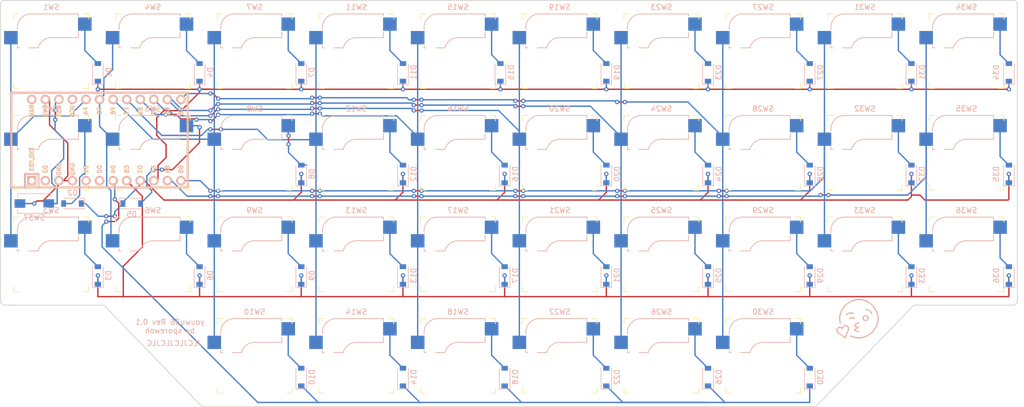
<source format=kicad_pcb>
(kicad_pcb (version 20171130) (host pcbnew "(5.1.12-1-10_14)")
  (layers (0 F.Cu signal) (31 B.Cu signal) (34 B.Paste user) (35 F.Paste user) (36 B.SilkS user) (37 F.SilkS user) (38 B.Mask user) (39 F.Mask user) (44 Edge.Cuts user))
  (net 0 "")
  (net 1 row_0)
  (net 2 row_1)
  (net 3 row_2)
  (net 4 row_3)
  (net 5 col_0)
  (net 6 col_1)
  (net 7 col_2)
  (net 8 col_3)
  (net 9 col_4)
  (net 10 col_5)
  (net 11 col_6)
  (net 12 col_7)
  (net 13 col_8)
  (net 14 col_9)
  (net 15 GND)
  (net 16 "Net-(SW37-Pad2)")
  (net 17 "Net-(U1-Pad1)")
  (net 18 "Net-(U1-Pad2)")
  (net 19 "Net-(U1-Pad5)")
  (net 20 "Net-(U1-Pad6)")
  (net 21 VCC)
  (net 22 "Net-(U1-Pad24)")
  (net 23 "Net-(D1-Pad2)")
  (net 24 "Net-(D2-Pad2)")
  (net 25 "Net-(D3-Pad2)")
  (net 26 "Net-(D4-Pad2)")
  (net 27 "Net-(D5-Pad2)")
  (net 28 "Net-(D6-Pad2)")
  (net 29 "Net-(D7-Pad2)")
  (net 30 "Net-(D8-Pad2)")
  (net 31 "Net-(D9-Pad2)")
  (net 32 "Net-(D10-Pad2)")
  (net 33 "Net-(D11-Pad2)")
  (net 34 "Net-(D12-Pad2)")
  (net 35 "Net-(D13-Pad2)")
  (net 36 "Net-(D14-Pad2)")
  (net 37 "Net-(D15-Pad2)")
  (net 38 "Net-(D16-Pad2)")
  (net 39 "Net-(D17-Pad2)")
  (net 40 "Net-(D18-Pad2)")
  (net 41 "Net-(D19-Pad2)")
  (net 42 "Net-(D20-Pad2)")
  (net 43 "Net-(D21-Pad2)")
  (net 44 "Net-(D22-Pad2)")
  (net 45 "Net-(D23-Pad2)")
  (net 46 "Net-(D24-Pad2)")
  (net 47 "Net-(D25-Pad2)")
  (net 48 "Net-(D26-Pad2)")
  (net 49 "Net-(D27-Pad2)")
  (net 50 "Net-(D28-Pad2)")
  (net 51 "Net-(D29-Pad2)")
  (net 52 "Net-(D30-Pad2)")
  (net 53 "Net-(D31-Pad2)")
  (net 54 "Net-(D32-Pad2)")
  (net 55 "Net-(D33-Pad2)")
  (net 56 "Net-(D34-Pad2)")
  (net 57 "Net-(D35-Pad2)")
  (net 58 "Net-(D36-Pad2)")
  (module MountingHole:MountingHole_2.2mm_M2 (layer F.Cu) (at 191.525 56.89375)
    (fp_text reference REF**)
    (fp_text value MountingHole_2.2mm_M2)
    (pad 1 np_thru_hole circle (at 0 0) (size 2.2 2.2) (drill 2.2) (layers *.Cu *.Mask))
  )
  (module MountingHole:MountingHole_2.2mm_M2 (layer F.Cu) (at 172.475 75.94375)
    (fp_text reference REF**)
    (fp_text value MountingHole_2.2mm_M2)
    (pad 1 np_thru_hole circle (at 0 0) (size 2.2 2.2) (drill 2.2) (layers *.Cu *.Mask))
  )
  (module MountingHole:MountingHole_2.2mm_M2 (layer F.Cu) (at 172.475 37.84375)
    (fp_text reference REF**)
    (fp_text value MountingHole_2.2mm_M2)
    (pad 1 np_thru_hole circle (at 0 0) (size 2.2 2.2) (drill 2.2) (layers *.Cu *.Mask))
  )
  (module MX_switches:Kailh_socket_MX (layer F.Cu) (at 143.9 28.31875)
    (fp_text reference SW23 (at 0 -8.255) (layer B.SilkS) (effects (justify mirror)))
    (fp_text value SW_SPST)
    (pad 2 smd rect (at -7.56 -2.54) (size 2.55 2.5) (layers B.Cu B.Paste B.Mask) (net 11 col_6))
    (pad "" np_thru_hole circle (at -5.08 0) (size 1.7018 1.7018) (drill 1.7018) (layers *.Cu *.Mask))
    (pad "" np_thru_hole circle (at 5.08 0) (size 1.7018 1.7018) (drill 1.7018) (layers *.Cu *.Mask))
    (pad "" np_thru_hole circle (at 0 0) (size 3.9878 3.9878) (drill 3.9878) (layers *.Cu *.Mask))
    (pad "" np_thru_hole circle (at -3.81 -2.54) (size 3 3) (drill 3) (layers *.Cu *.Mask))
    (pad "" np_thru_hole circle (at 2.54 -5.08) (size 3 3) (drill 3) (layers *.Cu *.Mask))
    (pad 1 smd rect (at 6.29 -5.08) (size 2.55 2.5) (layers B.Cu B.Paste B.Mask) (net 45 "Net-(D23-Pad2)"))
  )
  (module MX_switches:Kailh_socket_MX (layer F.Cu) (at 201.05 66.41875)
    (fp_text reference SW36 (at 0 -8.255) (layer B.SilkS) (effects (justify mirror)))
    (fp_text value SW_SPST)
    (pad 2 smd rect (at -7.56 -2.54) (size 2.55 2.5) (layers B.Cu B.Paste B.Mask) (net 14 col_9))
    (pad "" np_thru_hole circle (at -5.08 0) (size 1.7018 1.7018) (drill 1.7018) (layers *.Cu *.Mask))
    (pad "" np_thru_hole circle (at 5.08 0) (size 1.7018 1.7018) (drill 1.7018) (layers *.Cu *.Mask))
    (pad "" np_thru_hole circle (at 0 0) (size 3.9878 3.9878) (drill 3.9878) (layers *.Cu *.Mask))
    (pad "" np_thru_hole circle (at -3.81 -2.54) (size 3 3) (drill 3) (layers *.Cu *.Mask))
    (pad "" np_thru_hole circle (at 2.54 -5.08) (size 3 3) (drill 3) (layers *.Cu *.Mask))
    (pad 1 smd rect (at 6.29 -5.08) (size 2.55 2.5) (layers B.Cu B.Paste B.Mask) (net 58 "Net-(D36-Pad2)"))
  )
  (module MX_switches:Kailh_socket_MX (layer F.Cu) (at 201.05 47.36875)
    (fp_text reference SW35 (at 0 -8.255) (layer B.SilkS) (effects (justify mirror)))
    (fp_text value SW_SPST)
    (pad 2 smd rect (at -7.56 -2.54) (size 2.55 2.5) (layers B.Cu B.Paste B.Mask) (net 14 col_9))
    (pad "" np_thru_hole circle (at -5.08 0) (size 1.7018 1.7018) (drill 1.7018) (layers *.Cu *.Mask))
    (pad "" np_thru_hole circle (at 5.08 0) (size 1.7018 1.7018) (drill 1.7018) (layers *.Cu *.Mask))
    (pad "" np_thru_hole circle (at 0 0) (size 3.9878 3.9878) (drill 3.9878) (layers *.Cu *.Mask))
    (pad "" np_thru_hole circle (at -3.81 -2.54) (size 3 3) (drill 3) (layers *.Cu *.Mask))
    (pad "" np_thru_hole circle (at 2.54 -5.08) (size 3 3) (drill 3) (layers *.Cu *.Mask))
    (pad 1 smd rect (at 6.29 -5.08) (size 2.55 2.5) (layers B.Cu B.Paste B.Mask) (net 57 "Net-(D35-Pad2)"))
  )
  (module MX_switches:Kailh_socket_MX (layer F.Cu) (at 143.9 47.36875)
    (fp_text reference SW24 (at 0 -8.255) (layer B.SilkS) (effects (justify mirror)))
    (fp_text value SW_SPST)
    (pad 2 smd rect (at -7.56 -2.54) (size 2.55 2.5) (layers B.Cu B.Paste B.Mask) (net 11 col_6))
    (pad "" np_thru_hole circle (at -5.08 0) (size 1.7018 1.7018) (drill 1.7018) (layers *.Cu *.Mask))
    (pad "" np_thru_hole circle (at 5.08 0) (size 1.7018 1.7018) (drill 1.7018) (layers *.Cu *.Mask))
    (pad "" np_thru_hole circle (at 0 0) (size 3.9878 3.9878) (drill 3.9878) (layers *.Cu *.Mask))
    (pad "" np_thru_hole circle (at -3.81 -2.54) (size 3 3) (drill 3) (layers *.Cu *.Mask))
    (pad "" np_thru_hole circle (at 2.54 -5.08) (size 3 3) (drill 3) (layers *.Cu *.Mask))
    (pad 1 smd rect (at 6.29 -5.08) (size 2.55 2.5) (layers B.Cu B.Paste B.Mask) (net 46 "Net-(D24-Pad2)"))
  )
  (module MX_switches:Kailh_socket_MX (layer F.Cu) (at 143.9 66.41875)
    (fp_text reference SW25 (at 0 -8.255) (layer B.SilkS) (effects (justify mirror)))
    (fp_text value SW_SPST)
    (pad 2 smd rect (at -7.56 -2.54) (size 2.55 2.5) (layers B.Cu B.Paste B.Mask) (net 11 col_6))
    (pad "" np_thru_hole circle (at -5.08 0) (size 1.7018 1.7018) (drill 1.7018) (layers *.Cu *.Mask))
    (pad "" np_thru_hole circle (at 5.08 0) (size 1.7018 1.7018) (drill 1.7018) (layers *.Cu *.Mask))
    (pad "" np_thru_hole circle (at 0 0) (size 3.9878 3.9878) (drill 3.9878) (layers *.Cu *.Mask))
    (pad "" np_thru_hole circle (at -3.81 -2.54) (size 3 3) (drill 3) (layers *.Cu *.Mask))
    (pad "" np_thru_hole circle (at 2.54 -5.08) (size 3 3) (drill 3) (layers *.Cu *.Mask))
    (pad 1 smd rect (at 6.29 -5.08) (size 2.55 2.5) (layers B.Cu B.Paste B.Mask) (net 47 "Net-(D25-Pad2)"))
  )
  (module MX_switches:Kailh_socket_MX (layer F.Cu) (at 143.9 85.46875)
    (fp_text reference SW26 (at 0 -8.255) (layer B.SilkS) (effects (justify mirror)))
    (fp_text value SW_SPST)
    (pad 2 smd rect (at -7.56 -2.54) (size 2.55 2.5) (layers B.Cu B.Paste B.Mask) (net 11 col_6))
    (pad "" np_thru_hole circle (at -5.08 0) (size 1.7018 1.7018) (drill 1.7018) (layers *.Cu *.Mask))
    (pad "" np_thru_hole circle (at 5.08 0) (size 1.7018 1.7018) (drill 1.7018) (layers *.Cu *.Mask))
    (pad "" np_thru_hole circle (at 0 0) (size 3.9878 3.9878) (drill 3.9878) (layers *.Cu *.Mask))
    (pad "" np_thru_hole circle (at -3.81 -2.54) (size 3 3) (drill 3) (layers *.Cu *.Mask))
    (pad "" np_thru_hole circle (at 2.54 -5.08) (size 3 3) (drill 3) (layers *.Cu *.Mask))
    (pad 1 smd rect (at 6.29 -5.08) (size 2.55 2.5) (layers B.Cu B.Paste B.Mask) (net 48 "Net-(D26-Pad2)"))
  )
  (module MX_switches:Kailh_socket_MX (layer F.Cu) (at 162.95 28.31875)
    (fp_text reference SW27 (at 0 -8.255) (layer B.SilkS) (effects (justify mirror)))
    (fp_text value SW_SPST)
    (pad 2 smd rect (at -7.56 -2.54) (size 2.55 2.5) (layers B.Cu B.Paste B.Mask) (net 12 col_7))
    (pad "" np_thru_hole circle (at -5.08 0) (size 1.7018 1.7018) (drill 1.7018) (layers *.Cu *.Mask))
    (pad "" np_thru_hole circle (at 5.08 0) (size 1.7018 1.7018) (drill 1.7018) (layers *.Cu *.Mask))
    (pad "" np_thru_hole circle (at 0 0) (size 3.9878 3.9878) (drill 3.9878) (layers *.Cu *.Mask))
    (pad "" np_thru_hole circle (at -3.81 -2.54) (size 3 3) (drill 3) (layers *.Cu *.Mask))
    (pad "" np_thru_hole circle (at 2.54 -5.08) (size 3 3) (drill 3) (layers *.Cu *.Mask))
    (pad 1 smd rect (at 6.29 -5.08) (size 2.55 2.5) (layers B.Cu B.Paste B.Mask) (net 49 "Net-(D27-Pad2)"))
  )
  (module MX_switches:Kailh_socket_MX (layer F.Cu) (at 162.95 47.36875)
    (fp_text reference SW28 (at 0 -8.255) (layer B.SilkS) (effects (justify mirror)))
    (fp_text value SW_SPST)
    (pad 2 smd rect (at -7.56 -2.54) (size 2.55 2.5) (layers B.Cu B.Paste B.Mask) (net 12 col_7))
    (pad "" np_thru_hole circle (at -5.08 0) (size 1.7018 1.7018) (drill 1.7018) (layers *.Cu *.Mask))
    (pad "" np_thru_hole circle (at 5.08 0) (size 1.7018 1.7018) (drill 1.7018) (layers *.Cu *.Mask))
    (pad "" np_thru_hole circle (at 0 0) (size 3.9878 3.9878) (drill 3.9878) (layers *.Cu *.Mask))
    (pad "" np_thru_hole circle (at -3.81 -2.54) (size 3 3) (drill 3) (layers *.Cu *.Mask))
    (pad "" np_thru_hole circle (at 2.54 -5.08) (size 3 3) (drill 3) (layers *.Cu *.Mask))
    (pad 1 smd rect (at 6.29 -5.08) (size 2.55 2.5) (layers B.Cu B.Paste B.Mask) (net 50 "Net-(D28-Pad2)"))
  )
  (module MX_switches:Kailh_socket_MX (layer F.Cu) (at 162.95 66.41875)
    (fp_text reference SW29 (at 0 -8.255) (layer B.SilkS) (effects (justify mirror)))
    (fp_text value SW_SPST)
    (pad 2 smd rect (at -7.56 -2.54) (size 2.55 2.5) (layers B.Cu B.Paste B.Mask) (net 12 col_7))
    (pad "" np_thru_hole circle (at -5.08 0) (size 1.7018 1.7018) (drill 1.7018) (layers *.Cu *.Mask))
    (pad "" np_thru_hole circle (at 5.08 0) (size 1.7018 1.7018) (drill 1.7018) (layers *.Cu *.Mask))
    (pad "" np_thru_hole circle (at 0 0) (size 3.9878 3.9878) (drill 3.9878) (layers *.Cu *.Mask))
    (pad "" np_thru_hole circle (at -3.81 -2.54) (size 3 3) (drill 3) (layers *.Cu *.Mask))
    (pad "" np_thru_hole circle (at 2.54 -5.08) (size 3 3) (drill 3) (layers *.Cu *.Mask))
    (pad 1 smd rect (at 6.29 -5.08) (size 2.55 2.5) (layers B.Cu B.Paste B.Mask) (net 51 "Net-(D29-Pad2)"))
  )
  (module MX_switches:Kailh_socket_MX (layer F.Cu) (at 162.95 85.46875)
    (fp_text reference SW30 (at 0 -8.255) (layer B.SilkS) (effects (justify mirror)))
    (fp_text value SW_SPST)
    (pad 2 smd rect (at -7.56 -2.54) (size 2.55 2.5) (layers B.Cu B.Paste B.Mask) (net 12 col_7))
    (pad "" np_thru_hole circle (at -5.08 0) (size 1.7018 1.7018) (drill 1.7018) (layers *.Cu *.Mask))
    (pad "" np_thru_hole circle (at 5.08 0) (size 1.7018 1.7018) (drill 1.7018) (layers *.Cu *.Mask))
    (pad "" np_thru_hole circle (at 0 0) (size 3.9878 3.9878) (drill 3.9878) (layers *.Cu *.Mask))
    (pad "" np_thru_hole circle (at -3.81 -2.54) (size 3 3) (drill 3) (layers *.Cu *.Mask))
    (pad "" np_thru_hole circle (at 2.54 -5.08) (size 3 3) (drill 3) (layers *.Cu *.Mask))
    (pad 1 smd rect (at 6.29 -5.08) (size 2.55 2.5) (layers B.Cu B.Paste B.Mask) (net 52 "Net-(D30-Pad2)"))
  )
  (module MX_switches:Kailh_socket_MX (layer F.Cu) (at 182 28.31875)
    (fp_text reference SW31 (at 0 -8.255) (layer B.SilkS) (effects (justify mirror)))
    (fp_text value SW_SPST)
    (pad 2 smd rect (at -7.56 -2.54) (size 2.55 2.5) (layers B.Cu B.Paste B.Mask) (net 13 col_8))
    (pad "" np_thru_hole circle (at -5.08 0) (size 1.7018 1.7018) (drill 1.7018) (layers *.Cu *.Mask))
    (pad "" np_thru_hole circle (at 5.08 0) (size 1.7018 1.7018) (drill 1.7018) (layers *.Cu *.Mask))
    (pad "" np_thru_hole circle (at 0 0) (size 3.9878 3.9878) (drill 3.9878) (layers *.Cu *.Mask))
    (pad "" np_thru_hole circle (at -3.81 -2.54) (size 3 3) (drill 3) (layers *.Cu *.Mask))
    (pad "" np_thru_hole circle (at 2.54 -5.08) (size 3 3) (drill 3) (layers *.Cu *.Mask))
    (pad 1 smd rect (at 6.29 -5.08) (size 2.55 2.5) (layers B.Cu B.Paste B.Mask) (net 53 "Net-(D31-Pad2)"))
  )
  (module MX_switches:Kailh_socket_MX (layer F.Cu) (at 182 47.36875)
    (fp_text reference SW32 (at 0 -8.255) (layer B.SilkS) (effects (justify mirror)))
    (fp_text value SW_SPST)
    (pad 2 smd rect (at -7.56 -2.54) (size 2.55 2.5) (layers B.Cu B.Paste B.Mask) (net 13 col_8))
    (pad "" np_thru_hole circle (at -5.08 0) (size 1.7018 1.7018) (drill 1.7018) (layers *.Cu *.Mask))
    (pad "" np_thru_hole circle (at 5.08 0) (size 1.7018 1.7018) (drill 1.7018) (layers *.Cu *.Mask))
    (pad "" np_thru_hole circle (at 0 0) (size 3.9878 3.9878) (drill 3.9878) (layers *.Cu *.Mask))
    (pad "" np_thru_hole circle (at -3.81 -2.54) (size 3 3) (drill 3) (layers *.Cu *.Mask))
    (pad "" np_thru_hole circle (at 2.54 -5.08) (size 3 3) (drill 3) (layers *.Cu *.Mask))
    (pad 1 smd rect (at 6.29 -5.08) (size 2.55 2.5) (layers B.Cu B.Paste B.Mask) (net 54 "Net-(D32-Pad2)"))
  )
  (module MX_switches:Kailh_socket_MX (layer F.Cu) (at 182 66.41875)
    (fp_text reference SW33 (at 0 -8.255) (layer B.SilkS) (effects (justify mirror)))
    (fp_text value SW_SPST)
    (pad 2 smd rect (at -7.56 -2.54) (size 2.55 2.5) (layers B.Cu B.Paste B.Mask) (net 13 col_8))
    (pad "" np_thru_hole circle (at -5.08 0) (size 1.7018 1.7018) (drill 1.7018) (layers *.Cu *.Mask))
    (pad "" np_thru_hole circle (at 5.08 0) (size 1.7018 1.7018) (drill 1.7018) (layers *.Cu *.Mask))
    (pad "" np_thru_hole circle (at 0 0) (size 3.9878 3.9878) (drill 3.9878) (layers *.Cu *.Mask))
    (pad "" np_thru_hole circle (at -3.81 -2.54) (size 3 3) (drill 3) (layers *.Cu *.Mask))
    (pad "" np_thru_hole circle (at 2.54 -5.08) (size 3 3) (drill 3) (layers *.Cu *.Mask))
    (pad 1 smd rect (at 6.29 -5.08) (size 2.55 2.5) (layers B.Cu B.Paste B.Mask) (net 55 "Net-(D33-Pad2)"))
  )
  (module MX_switches:Kailh_socket_MX (layer F.Cu) (at 201.05 28.31875)
    (fp_text reference SW34 (at 0 -8.255) (layer B.SilkS) (effects (justify mirror)))
    (fp_text value SW_SPST)
    (pad 2 smd rect (at -7.56 -2.54) (size 2.55 2.5) (layers B.Cu B.Paste B.Mask) (net 14 col_9))
    (pad "" np_thru_hole circle (at -5.08 0) (size 1.7018 1.7018) (drill 1.7018) (layers *.Cu *.Mask))
    (pad "" np_thru_hole circle (at 5.08 0) (size 1.7018 1.7018) (drill 1.7018) (layers *.Cu *.Mask))
    (pad "" np_thru_hole circle (at 0 0) (size 3.9878 3.9878) (drill 3.9878) (layers *.Cu *.Mask))
    (pad "" np_thru_hole circle (at -3.81 -2.54) (size 3 3) (drill 3) (layers *.Cu *.Mask))
    (pad "" np_thru_hole circle (at 2.54 -5.08) (size 3 3) (drill 3) (layers *.Cu *.Mask))
    (pad 1 smd rect (at 6.29 -5.08) (size 2.55 2.5) (layers B.Cu B.Paste B.Mask) (net 56 "Net-(D34-Pad2)"))
  )
  (module MX_switches:Kailh_socket_MX (layer F.Cu) (at 124.85 85.46875)
    (fp_text reference SW22 (at 0 -8.255) (layer B.SilkS) (effects (justify mirror)))
    (fp_text value SW_SPST)
    (pad 2 smd rect (at -7.56 -2.54) (size 2.55 2.5) (layers B.Cu B.Paste B.Mask) (net 10 col_5))
    (pad "" np_thru_hole circle (at -5.08 0) (size 1.7018 1.7018) (drill 1.7018) (layers *.Cu *.Mask))
    (pad "" np_thru_hole circle (at 5.08 0) (size 1.7018 1.7018) (drill 1.7018) (layers *.Cu *.Mask))
    (pad "" np_thru_hole circle (at 0 0) (size 3.9878 3.9878) (drill 3.9878) (layers *.Cu *.Mask))
    (pad "" np_thru_hole circle (at -3.81 -2.54) (size 3 3) (drill 3) (layers *.Cu *.Mask))
    (pad "" np_thru_hole circle (at 2.54 -5.08) (size 3 3) (drill 3) (layers *.Cu *.Mask))
    (pad 1 smd rect (at 6.29 -5.08) (size 2.55 2.5) (layers B.Cu B.Paste B.Mask) (net 44 "Net-(D22-Pad2)"))
  )
  (module MX_switches:Kailh_socket_MX (layer F.Cu) (at 105.8 85.46875)
    (fp_text reference SW18 (at 0 -8.255) (layer B.SilkS) (effects (justify mirror)))
    (fp_text value SW_SPST)
    (pad 2 smd rect (at -7.56 -2.54) (size 2.55 2.5) (layers B.Cu B.Paste B.Mask) (net 9 col_4))
    (pad "" np_thru_hole circle (at -5.08 0) (size 1.7018 1.7018) (drill 1.7018) (layers *.Cu *.Mask))
    (pad "" np_thru_hole circle (at 5.08 0) (size 1.7018 1.7018) (drill 1.7018) (layers *.Cu *.Mask))
    (pad "" np_thru_hole circle (at 0 0) (size 3.9878 3.9878) (drill 3.9878) (layers *.Cu *.Mask))
    (pad "" np_thru_hole circle (at -3.81 -2.54) (size 3 3) (drill 3) (layers *.Cu *.Mask))
    (pad "" np_thru_hole circle (at 2.54 -5.08) (size 3 3) (drill 3) (layers *.Cu *.Mask))
    (pad 1 smd rect (at 6.29 -5.08) (size 2.55 2.5) (layers B.Cu B.Paste B.Mask) (net 40 "Net-(D18-Pad2)"))
  )
  (module MX_switches:Kailh_socket_MX (layer F.Cu) (at 105.8 28.31875)
    (fp_text reference SW15 (at 0 -8.255) (layer B.SilkS) (effects (justify mirror)))
    (fp_text value SW_SPST)
    (pad 2 smd rect (at -7.56 -2.54) (size 2.55 2.5) (layers B.Cu B.Paste B.Mask) (net 9 col_4))
    (pad "" np_thru_hole circle (at -5.08 0) (size 1.7018 1.7018) (drill 1.7018) (layers *.Cu *.Mask))
    (pad "" np_thru_hole circle (at 5.08 0) (size 1.7018 1.7018) (drill 1.7018) (layers *.Cu *.Mask))
    (pad "" np_thru_hole circle (at 0 0) (size 3.9878 3.9878) (drill 3.9878) (layers *.Cu *.Mask))
    (pad "" np_thru_hole circle (at -3.81 -2.54) (size 3 3) (drill 3) (layers *.Cu *.Mask))
    (pad "" np_thru_hole circle (at 2.54 -5.08) (size 3 3) (drill 3) (layers *.Cu *.Mask))
    (pad 1 smd rect (at 6.29 -5.08) (size 2.55 2.5) (layers B.Cu B.Paste B.Mask) (net 37 "Net-(D15-Pad2)"))
  )
  (module MX_switches:Kailh_socket_MX (layer F.Cu) (at 86.75 66.41875)
    (fp_text reference SW13 (at 0 -8.255) (layer B.SilkS) (effects (justify mirror)))
    (fp_text value SW_SPST)
    (pad 2 smd rect (at -7.56 -2.54) (size 2.55 2.5) (layers B.Cu B.Paste B.Mask) (net 8 col_3))
    (pad "" np_thru_hole circle (at -5.08 0) (size 1.7018 1.7018) (drill 1.7018) (layers *.Cu *.Mask))
    (pad "" np_thru_hole circle (at 5.08 0) (size 1.7018 1.7018) (drill 1.7018) (layers *.Cu *.Mask))
    (pad "" np_thru_hole circle (at 0 0) (size 3.9878 3.9878) (drill 3.9878) (layers *.Cu *.Mask))
    (pad "" np_thru_hole circle (at -3.81 -2.54) (size 3 3) (drill 3) (layers *.Cu *.Mask))
    (pad "" np_thru_hole circle (at 2.54 -5.08) (size 3 3) (drill 3) (layers *.Cu *.Mask))
    (pad 1 smd rect (at 6.29 -5.08) (size 2.55 2.5) (layers B.Cu B.Paste B.Mask) (net 35 "Net-(D13-Pad2)"))
  )
  (module MX_switches:Kailh_socket_MX (layer F.Cu) (at 86.75 28.31875)
    (fp_text reference SW11 (at 0 -8.255) (layer B.SilkS) (effects (justify mirror)))
    (fp_text value SW_SPST)
    (pad 2 smd rect (at -7.56 -2.54) (size 2.55 2.5) (layers B.Cu B.Paste B.Mask) (net 8 col_3))
    (pad "" np_thru_hole circle (at -5.08 0) (size 1.7018 1.7018) (drill 1.7018) (layers *.Cu *.Mask))
    (pad "" np_thru_hole circle (at 5.08 0) (size 1.7018 1.7018) (drill 1.7018) (layers *.Cu *.Mask))
    (pad "" np_thru_hole circle (at 0 0) (size 3.9878 3.9878) (drill 3.9878) (layers *.Cu *.Mask))
    (pad "" np_thru_hole circle (at -3.81 -2.54) (size 3 3) (drill 3) (layers *.Cu *.Mask))
    (pad "" np_thru_hole circle (at 2.54 -5.08) (size 3 3) (drill 3) (layers *.Cu *.Mask))
    (pad 1 smd rect (at 6.29 -5.08) (size 2.55 2.5) (layers B.Cu B.Paste B.Mask) (net 33 "Net-(D11-Pad2)"))
  )
  (module MX_switches:Kailh_socket_MX (layer F.Cu) (at 86.75 85.46875)
    (fp_text reference SW14 (at 0 -8.255) (layer B.SilkS) (effects (justify mirror)))
    (fp_text value SW_SPST)
    (pad 2 smd rect (at -7.56 -2.54) (size 2.55 2.5) (layers B.Cu B.Paste B.Mask) (net 8 col_3))
    (pad "" np_thru_hole circle (at -5.08 0) (size 1.7018 1.7018) (drill 1.7018) (layers *.Cu *.Mask))
    (pad "" np_thru_hole circle (at 5.08 0) (size 1.7018 1.7018) (drill 1.7018) (layers *.Cu *.Mask))
    (pad "" np_thru_hole circle (at 0 0) (size 3.9878 3.9878) (drill 3.9878) (layers *.Cu *.Mask))
    (pad "" np_thru_hole circle (at -3.81 -2.54) (size 3 3) (drill 3) (layers *.Cu *.Mask))
    (pad "" np_thru_hole circle (at 2.54 -5.08) (size 3 3) (drill 3) (layers *.Cu *.Mask))
    (pad 1 smd rect (at 6.29 -5.08) (size 2.55 2.5) (layers B.Cu B.Paste B.Mask) (net 36 "Net-(D14-Pad2)"))
  )
  (module MX_switches:Kailh_socket_MX (layer F.Cu) (at 105.8 66.41875)
    (fp_text reference SW17 (at 0 -8.255) (layer B.SilkS) (effects (justify mirror)))
    (fp_text value SW_SPST)
    (pad 2 smd rect (at -7.56 -2.54) (size 2.55 2.5) (layers B.Cu B.Paste B.Mask) (net 9 col_4))
    (pad "" np_thru_hole circle (at -5.08 0) (size 1.7018 1.7018) (drill 1.7018) (layers *.Cu *.Mask))
    (pad "" np_thru_hole circle (at 5.08 0) (size 1.7018 1.7018) (drill 1.7018) (layers *.Cu *.Mask))
    (pad "" np_thru_hole circle (at 0 0) (size 3.9878 3.9878) (drill 3.9878) (layers *.Cu *.Mask))
    (pad "" np_thru_hole circle (at -3.81 -2.54) (size 3 3) (drill 3) (layers *.Cu *.Mask))
    (pad "" np_thru_hole circle (at 2.54 -5.08) (size 3 3) (drill 3) (layers *.Cu *.Mask))
    (pad 1 smd rect (at 6.29 -5.08) (size 2.55 2.5) (layers B.Cu B.Paste B.Mask) (net 39 "Net-(D17-Pad2)"))
  )
  (module MX_switches:Kailh_socket_MX (layer F.Cu) (at 86.75 47.36875)
    (fp_text reference SW12 (at 0 -8.255) (layer B.SilkS) (effects (justify mirror)))
    (fp_text value SW_SPST)
    (pad 2 smd rect (at -7.56 -2.54) (size 2.55 2.5) (layers B.Cu B.Paste B.Mask) (net 8 col_3))
    (pad "" np_thru_hole circle (at -5.08 0) (size 1.7018 1.7018) (drill 1.7018) (layers *.Cu *.Mask))
    (pad "" np_thru_hole circle (at 5.08 0) (size 1.7018 1.7018) (drill 1.7018) (layers *.Cu *.Mask))
    (pad "" np_thru_hole circle (at 0 0) (size 3.9878 3.9878) (drill 3.9878) (layers *.Cu *.Mask))
    (pad "" np_thru_hole circle (at -3.81 -2.54) (size 3 3) (drill 3) (layers *.Cu *.Mask))
    (pad "" np_thru_hole circle (at 2.54 -5.08) (size 3 3) (drill 3) (layers *.Cu *.Mask))
    (pad 1 smd rect (at 6.29 -5.08) (size 2.55 2.5) (layers B.Cu B.Paste B.Mask) (net 34 "Net-(D12-Pad2)"))
  )
  (module MX_switches:Kailh_socket_MX (layer F.Cu) (at 105.8 47.36875)
    (fp_text reference SW16 (at 0 -8.255) (layer B.SilkS) (effects (justify mirror)))
    (fp_text value SW_SPST)
    (pad 2 smd rect (at -7.56 -2.54) (size 2.55 2.5) (layers B.Cu B.Paste B.Mask) (net 9 col_4))
    (pad "" np_thru_hole circle (at -5.08 0) (size 1.7018 1.7018) (drill 1.7018) (layers *.Cu *.Mask))
    (pad "" np_thru_hole circle (at 5.08 0) (size 1.7018 1.7018) (drill 1.7018) (layers *.Cu *.Mask))
    (pad "" np_thru_hole circle (at 0 0) (size 3.9878 3.9878) (drill 3.9878) (layers *.Cu *.Mask))
    (pad "" np_thru_hole circle (at -3.81 -2.54) (size 3 3) (drill 3) (layers *.Cu *.Mask))
    (pad "" np_thru_hole circle (at 2.54 -5.08) (size 3 3) (drill 3) (layers *.Cu *.Mask))
    (pad 1 smd rect (at 6.29 -5.08) (size 2.55 2.5) (layers B.Cu B.Paste B.Mask) (net 38 "Net-(D16-Pad2)"))
  )
  (module MX_switches:Kailh_socket_MX (layer F.Cu) (at 124.85 28.31875)
    (fp_text reference SW19 (at 0 -8.255) (layer B.SilkS) (effects (justify mirror)))
    (fp_text value SW_SPST)
    (pad 2 smd rect (at -7.56 -2.54) (size 2.55 2.5) (layers B.Cu B.Paste B.Mask) (net 10 col_5))
    (pad "" np_thru_hole circle (at -5.08 0) (size 1.7018 1.7018) (drill 1.7018) (layers *.Cu *.Mask))
    (pad "" np_thru_hole circle (at 5.08 0) (size 1.7018 1.7018) (drill 1.7018) (layers *.Cu *.Mask))
    (pad "" np_thru_hole circle (at 0 0) (size 3.9878 3.9878) (drill 3.9878) (layers *.Cu *.Mask))
    (pad "" np_thru_hole circle (at -3.81 -2.54) (size 3 3) (drill 3) (layers *.Cu *.Mask))
    (pad "" np_thru_hole circle (at 2.54 -5.08) (size 3 3) (drill 3) (layers *.Cu *.Mask))
    (pad 1 smd rect (at 6.29 -5.08) (size 2.55 2.5) (layers B.Cu B.Paste B.Mask) (net 41 "Net-(D19-Pad2)"))
  )
  (module MX_switches:Kailh_socket_MX (layer F.Cu) (at 124.85 47.36875)
    (fp_text reference SW20 (at 0 -8.255) (layer B.SilkS) (effects (justify mirror)))
    (fp_text value SW_SPST)
    (pad 2 smd rect (at -7.56 -2.54) (size 2.55 2.5) (layers B.Cu B.Paste B.Mask) (net 10 col_5))
    (pad "" np_thru_hole circle (at -5.08 0) (size 1.7018 1.7018) (drill 1.7018) (layers *.Cu *.Mask))
    (pad "" np_thru_hole circle (at 5.08 0) (size 1.7018 1.7018) (drill 1.7018) (layers *.Cu *.Mask))
    (pad "" np_thru_hole circle (at 0 0) (size 3.9878 3.9878) (drill 3.9878) (layers *.Cu *.Mask))
    (pad "" np_thru_hole circle (at -3.81 -2.54) (size 3 3) (drill 3) (layers *.Cu *.Mask))
    (pad "" np_thru_hole circle (at 2.54 -5.08) (size 3 3) (drill 3) (layers *.Cu *.Mask))
    (pad 1 smd rect (at 6.29 -5.08) (size 2.55 2.5) (layers B.Cu B.Paste B.Mask) (net 42 "Net-(D20-Pad2)"))
  )
  (module MX_switches:Kailh_socket_MX (layer F.Cu) (at 124.85 66.41875)
    (fp_text reference SW21 (at 0 -8.255) (layer B.SilkS) (effects (justify mirror)))
    (fp_text value SW_SPST)
    (pad 2 smd rect (at -7.56 -2.54) (size 2.55 2.5) (layers B.Cu B.Paste B.Mask) (net 10 col_5))
    (pad "" np_thru_hole circle (at -5.08 0) (size 1.7018 1.7018) (drill 1.7018) (layers *.Cu *.Mask))
    (pad "" np_thru_hole circle (at 5.08 0) (size 1.7018 1.7018) (drill 1.7018) (layers *.Cu *.Mask))
    (pad "" np_thru_hole circle (at 0 0) (size 3.9878 3.9878) (drill 3.9878) (layers *.Cu *.Mask))
    (pad "" np_thru_hole circle (at -3.81 -2.54) (size 3 3) (drill 3) (layers *.Cu *.Mask))
    (pad "" np_thru_hole circle (at 2.54 -5.08) (size 3 3) (drill 3) (layers *.Cu *.Mask))
    (pad 1 smd rect (at 6.29 -5.08) (size 2.55 2.5) (layers B.Cu B.Paste B.Mask) (net 43 "Net-(D21-Pad2)"))
  )
  (module MountingHole:MountingHole_2.2mm_M2 (layer F.Cu) (at 39.125 56.89375)
    (fp_text reference REF**)
    (fp_text value MountingHole_2.2mm_M2)
    (pad 1 np_thru_hole circle (at 0 0) (size 2.2 2.2) (drill 2.2) (layers *.Cu *.Mask))
  )
  (module MountingHole:MountingHole_2.2mm_M2 (layer F.Cu) (at 58.175 37.84375)
    (fp_text reference REF**)
    (fp_text value MountingHole_2.2mm_M2)
    (pad 1 np_thru_hole circle (at 0 0) (size 2.2 2.2) (drill 2.2) (layers *.Cu *.Mask))
  )
  (module MountingHole:MountingHole_2.2mm_M2 (layer F.Cu) (at 58.175 75.94375)
    (fp_text reference REF**)
    (fp_text value MountingHole_2.2mm_M2)
    (pad 1 np_thru_hole circle (at 0 0) (size 2.2 2.2) (drill 2.2) (layers *.Cu *.Mask))
  )
  (module Button_Switch_SMD:SW_SPST_EVQPE1 (layer B.Cu) (at 26.425 56.89375)
    (fp_text reference SW37 (at 0 2.65) (layer B.SilkS) (effects (justify mirror)))
    (fp_text value SW_SPST)
    (pad 1 smd rect (at -2.7 0) (size 2 1.6) (layers B.Cu B.Paste B.Mask) (net 15 GND))
    (pad 2 smd rect (at 2.7 0) (size 2 1.6) (layers B.Cu B.Paste B.Mask) (net 16 "Net-(SW37-Pad2)"))
  )
  (module Diode_SMD:D_SOD-123 (layer B.Cu) (at 208.9875 70.3875 90)
    (fp_text reference D36 (at 0 -2.38125 90) (layer B.SilkS) (effects (justify mirror)))
    (fp_text value DIODE)
    (pad 2 smd rect (at 1.65 0 90) (size 0.9 1.2) (layers B.Cu B.Paste B.Mask) (net 58 "Net-(D36-Pad2)"))
    (pad 1 smd rect (at -1.65 0 90) (size 0.9 1.2) (layers B.Cu B.Paste B.Mask) (net 3 row_2))
  )
  (module Diode_SMD:D_SOD-123 (layer B.Cu) (at 208.9875 51.3375 90)
    (fp_text reference D35 (at 0 -2.38125 90) (layer B.SilkS) (effects (justify mirror)))
    (fp_text value DIODE)
    (pad 2 smd rect (at 1.65 0 90) (size 0.9 1.2) (layers B.Cu B.Paste B.Mask) (net 57 "Net-(D35-Pad2)"))
    (pad 1 smd rect (at -1.65 0 90) (size 0.9 1.2) (layers B.Cu B.Paste B.Mask) (net 2 row_1))
  )
  (module Diode_SMD:D_SOD-123 (layer B.Cu) (at 208.9875 32.2875 90)
    (fp_text reference D34 (at 0 -2.38125 90) (layer B.SilkS) (effects (justify mirror)))
    (fp_text value DIODE)
    (pad 2 smd rect (at 1.65 0 90) (size 0.9 1.2) (layers B.Cu B.Paste B.Mask) (net 56 "Net-(D34-Pad2)"))
    (pad 1 smd rect (at -1.65 0 90) (size 0.9 1.2) (layers B.Cu B.Paste B.Mask) (net 1 row_0))
  )
  (module Diode_SMD:D_SOD-123 (layer B.Cu) (at 190.73125 70.3875 90)
    (fp_text reference D33 (at 0 2 90) (layer B.SilkS) (effects (justify mirror)))
    (fp_text value DIODE)
    (pad 2 smd rect (at 1.65 0 90) (size 0.9 1.2) (layers B.Cu B.Paste B.Mask) (net 55 "Net-(D33-Pad2)"))
    (pad 1 smd rect (at -1.65 0 90) (size 0.9 1.2) (layers B.Cu B.Paste B.Mask) (net 3 row_2))
  )
  (module Diode_SMD:D_SOD-123 (layer B.Cu) (at 190.73125 51.3375 90)
    (fp_text reference D32 (at 0 2 90) (layer B.SilkS) (effects (justify mirror)))
    (fp_text value DIODE)
    (pad 2 smd rect (at 1.65 0 90) (size 0.9 1.2) (layers B.Cu B.Paste B.Mask) (net 54 "Net-(D32-Pad2)"))
    (pad 1 smd rect (at -1.65 0 90) (size 0.9 1.2) (layers B.Cu B.Paste B.Mask) (net 2 row_1))
  )
  (module Diode_SMD:D_SOD-123 (layer B.Cu) (at 190.73125 32.2875 90)
    (fp_text reference D31 (at 0 2 90) (layer B.SilkS) (effects (justify mirror)))
    (fp_text value DIODE)
    (pad 2 smd rect (at 1.65 0 90) (size 0.9 1.2) (layers B.Cu B.Paste B.Mask) (net 53 "Net-(D31-Pad2)"))
    (pad 1 smd rect (at -1.65 0 90) (size 0.9 1.2) (layers B.Cu B.Paste B.Mask) (net 1 row_0))
  )
  (module Diode_SMD:D_SOD-123 (layer B.Cu) (at 171.68125 89.4375 90)
    (fp_text reference D30 (at 0 2 90) (layer B.SilkS) (effects (justify mirror)))
    (fp_text value DIODE)
    (pad 2 smd rect (at 1.65 0 90) (size 0.9 1.2) (layers B.Cu B.Paste B.Mask) (net 52 "Net-(D30-Pad2)"))
    (pad 1 smd rect (at -1.65 0 90) (size 0.9 1.2) (layers B.Cu B.Paste B.Mask) (net 4 row_3))
  )
  (module Diode_SMD:D_SOD-123 (layer B.Cu) (at 171.68125 70.3875 90)
    (fp_text reference D29 (at 0 2 90) (layer B.SilkS) (effects (justify mirror)))
    (fp_text value DIODE)
    (pad 2 smd rect (at 1.65 0 90) (size 0.9 1.2) (layers B.Cu B.Paste B.Mask) (net 51 "Net-(D29-Pad2)"))
    (pad 1 smd rect (at -1.65 0 90) (size 0.9 1.2) (layers B.Cu B.Paste B.Mask) (net 3 row_2))
  )
  (module Diode_SMD:D_SOD-123 (layer B.Cu) (at 171.68125 51.3375 90)
    (fp_text reference D28 (at 0 2 90) (layer B.SilkS) (effects (justify mirror)))
    (fp_text value DIODE)
    (pad 2 smd rect (at 1.65 0 90) (size 0.9 1.2) (layers B.Cu B.Paste B.Mask) (net 50 "Net-(D28-Pad2)"))
    (pad 1 smd rect (at -1.65 0 90) (size 0.9 1.2) (layers B.Cu B.Paste B.Mask) (net 2 row_1))
  )
  (module Diode_SMD:D_SOD-123 (layer B.Cu) (at 171.68125 32.2875 90)
    (fp_text reference D27 (at 0 2 90) (layer B.SilkS) (effects (justify mirror)))
    (fp_text value DIODE)
    (pad 2 smd rect (at 1.65 0 90) (size 0.9 1.2) (layers B.Cu B.Paste B.Mask) (net 49 "Net-(D27-Pad2)"))
    (pad 1 smd rect (at -1.65 0 90) (size 0.9 1.2) (layers B.Cu B.Paste B.Mask) (net 1 row_0))
  )
  (module Diode_SMD:D_SOD-123 (layer B.Cu) (at 152.63125 89.4375 90)
    (fp_text reference D26 (at 0 2 90) (layer B.SilkS) (effects (justify mirror)))
    (fp_text value DIODE)
    (pad 2 smd rect (at 1.65 0 90) (size 0.9 1.2) (layers B.Cu B.Paste B.Mask) (net 48 "Net-(D26-Pad2)"))
    (pad 1 smd rect (at -1.65 0 90) (size 0.9 1.2) (layers B.Cu B.Paste B.Mask) (net 4 row_3))
  )
  (module Diode_SMD:D_SOD-123 (layer B.Cu) (at 152.63125 70.3875 90)
    (fp_text reference D25 (at 0 2 90) (layer B.SilkS) (effects (justify mirror)))
    (fp_text value DIODE)
    (pad 2 smd rect (at 1.65 0 90) (size 0.9 1.2) (layers B.Cu B.Paste B.Mask) (net 47 "Net-(D25-Pad2)"))
    (pad 1 smd rect (at -1.65 0 90) (size 0.9 1.2) (layers B.Cu B.Paste B.Mask) (net 3 row_2))
  )
  (module Diode_SMD:D_SOD-123 (layer B.Cu) (at 152.63125 51.3375 90)
    (fp_text reference D24 (at 0 2 90) (layer B.SilkS) (effects (justify mirror)))
    (fp_text value DIODE)
    (pad 2 smd rect (at 1.65 0 90) (size 0.9 1.2) (layers B.Cu B.Paste B.Mask) (net 46 "Net-(D24-Pad2)"))
    (pad 1 smd rect (at -1.65 0 90) (size 0.9 1.2) (layers B.Cu B.Paste B.Mask) (net 2 row_1))
  )
  (module Diode_SMD:D_SOD-123 (layer B.Cu) (at 152.63125 32.2875 90)
    (fp_text reference D23 (at 0 2 90) (layer B.SilkS) (effects (justify mirror)))
    (fp_text value DIODE)
    (pad 2 smd rect (at 1.65 0 90) (size 0.9 1.2) (layers B.Cu B.Paste B.Mask) (net 45 "Net-(D23-Pad2)"))
    (pad 1 smd rect (at -1.65 0 90) (size 0.9 1.2) (layers B.Cu B.Paste B.Mask) (net 1 row_0))
  )
  (module Diode_SMD:D_SOD-123 (layer B.Cu) (at 133.58125 89.4375 90)
    (fp_text reference D22 (at 0 2 90) (layer B.SilkS) (effects (justify mirror)))
    (fp_text value DIODE)
    (pad 2 smd rect (at 1.65 0 90) (size 0.9 1.2) (layers B.Cu B.Paste B.Mask) (net 44 "Net-(D22-Pad2)"))
    (pad 1 smd rect (at -1.65 0 90) (size 0.9 1.2) (layers B.Cu B.Paste B.Mask) (net 4 row_3))
  )
  (module Diode_SMD:D_SOD-123 (layer B.Cu) (at 133.58125 70.3875 90)
    (fp_text reference D21 (at 0 2 90) (layer B.SilkS) (effects (justify mirror)))
    (fp_text value DIODE)
    (pad 2 smd rect (at 1.65 0 90) (size 0.9 1.2) (layers B.Cu B.Paste B.Mask) (net 43 "Net-(D21-Pad2)"))
    (pad 1 smd rect (at -1.65 0 90) (size 0.9 1.2) (layers B.Cu B.Paste B.Mask) (net 3 row_2))
  )
  (module Diode_SMD:D_SOD-123 (layer B.Cu) (at 133.58125 51.3375 90)
    (fp_text reference D20 (at 0 2 90) (layer B.SilkS) (effects (justify mirror)))
    (fp_text value DIODE)
    (pad 2 smd rect (at 1.65 0 90) (size 0.9 1.2) (layers B.Cu B.Paste B.Mask) (net 42 "Net-(D20-Pad2)"))
    (pad 1 smd rect (at -1.65 0 90) (size 0.9 1.2) (layers B.Cu B.Paste B.Mask) (net 2 row_1))
  )
  (module Diode_SMD:D_SOD-123 (layer B.Cu) (at 133.58125 32.2875 90)
    (fp_text reference D19 (at 0 2 90) (layer B.SilkS) (effects (justify mirror)))
    (fp_text value DIODE)
    (pad 2 smd rect (at 1.65 0 90) (size 0.9 1.2) (layers B.Cu B.Paste B.Mask) (net 41 "Net-(D19-Pad2)"))
    (pad 1 smd rect (at -1.65 0 90) (size 0.9 1.2) (layers B.Cu B.Paste B.Mask) (net 1 row_0))
  )
  (module Diode_SMD:D_SOD-123 (layer B.Cu) (at 114.53125 89.4375 90)
    (fp_text reference D18 (at 0 2 90) (layer B.SilkS) (effects (justify mirror)))
    (fp_text value DIODE)
    (pad 2 smd rect (at 1.65 0 90) (size 0.9 1.2) (layers B.Cu B.Paste B.Mask) (net 40 "Net-(D18-Pad2)"))
    (pad 1 smd rect (at -1.65 0 90) (size 0.9 1.2) (layers B.Cu B.Paste B.Mask) (net 4 row_3))
  )
  (module Diode_SMD:D_SOD-123 (layer B.Cu) (at 114.53125 70.3875 90)
    (fp_text reference D17 (at 0 2 90) (layer B.SilkS) (effects (justify mirror)))
    (fp_text value DIODE)
    (pad 2 smd rect (at 1.65 0 90) (size 0.9 1.2) (layers B.Cu B.Paste B.Mask) (net 39 "Net-(D17-Pad2)"))
    (pad 1 smd rect (at -1.65 0 90) (size 0.9 1.2) (layers B.Cu B.Paste B.Mask) (net 3 row_2))
  )
  (module Diode_SMD:D_SOD-123 (layer B.Cu) (at 114.53125 51.3375 90)
    (fp_text reference D16 (at 0 2 90) (layer B.SilkS) (effects (justify mirror)))
    (fp_text value DIODE)
    (pad 2 smd rect (at 1.65 0 90) (size 0.9 1.2) (layers B.Cu B.Paste B.Mask) (net 38 "Net-(D16-Pad2)"))
    (pad 1 smd rect (at -1.65 0 90) (size 0.9 1.2) (layers B.Cu B.Paste B.Mask) (net 2 row_1))
  )
  (module Diode_SMD:D_SOD-123 (layer B.Cu) (at 113.7375 32.2875 90)
    (fp_text reference D15 (at 0 2 90) (layer B.SilkS) (effects (justify mirror)))
    (fp_text value DIODE)
    (pad 2 smd rect (at 1.65 0 90) (size 0.9 1.2) (layers B.Cu B.Paste B.Mask) (net 37 "Net-(D15-Pad2)"))
    (pad 1 smd rect (at -1.65 0 90) (size 0.9 1.2) (layers B.Cu B.Paste B.Mask) (net 1 row_0))
  )
  (module Diode_SMD:D_SOD-123 (layer B.Cu) (at 95.48125 89.4375 90)
    (fp_text reference D14 (at 0 2 90) (layer B.SilkS) (effects (justify mirror)))
    (fp_text value DIODE)
    (pad 2 smd rect (at 1.65 0 90) (size 0.9 1.2) (layers B.Cu B.Paste B.Mask) (net 36 "Net-(D14-Pad2)"))
    (pad 1 smd rect (at -1.65 0 90) (size 0.9 1.2) (layers B.Cu B.Paste B.Mask) (net 4 row_3))
  )
  (module Diode_SMD:D_SOD-123 (layer B.Cu) (at 95.48125 70.3875 90)
    (fp_text reference D13 (at 0 2 90) (layer B.SilkS) (effects (justify mirror)))
    (fp_text value DIODE)
    (pad 2 smd rect (at 1.65 0 90) (size 0.9 1.2) (layers B.Cu B.Paste B.Mask) (net 35 "Net-(D13-Pad2)"))
    (pad 1 smd rect (at -1.65 0 90) (size 0.9 1.2) (layers B.Cu B.Paste B.Mask) (net 3 row_2))
  )
  (module Diode_SMD:D_SOD-123 (layer B.Cu) (at 95.48125 51.3375 90)
    (fp_text reference D12 (at 0 2 90) (layer B.SilkS) (effects (justify mirror)))
    (fp_text value DIODE)
    (pad 2 smd rect (at 1.65 0 90) (size 0.9 1.2) (layers B.Cu B.Paste B.Mask) (net 34 "Net-(D12-Pad2)"))
    (pad 1 smd rect (at -1.65 0 90) (size 0.9 1.2) (layers B.Cu B.Paste B.Mask) (net 2 row_1))
  )
  (module Diode_SMD:D_SOD-123 (layer B.Cu) (at 95.48125 32.2875 90)
    (fp_text reference D11 (at 0 2 90) (layer B.SilkS) (effects (justify mirror)))
    (fp_text value DIODE)
    (pad 2 smd rect (at 1.65 0 90) (size 0.9 1.2) (layers B.Cu B.Paste B.Mask) (net 33 "Net-(D11-Pad2)"))
    (pad 1 smd rect (at -1.65 0 90) (size 0.9 1.2) (layers B.Cu B.Paste B.Mask) (net 1 row_0))
  )
  (module Diode_SMD:D_SOD-123 (layer B.Cu) (at 76.43125 89.4375 90)
    (fp_text reference D10 (at 0 2 90) (layer B.SilkS) (effects (justify mirror)))
    (fp_text value DIODE)
    (pad 2 smd rect (at 1.65 0 90) (size 0.9 1.2) (layers B.Cu B.Paste B.Mask) (net 32 "Net-(D10-Pad2)"))
    (pad 1 smd rect (at -1.65 0 90) (size 0.9 1.2) (layers B.Cu B.Paste B.Mask) (net 4 row_3))
  )
  (module Diode_SMD:D_SOD-123 (layer B.Cu) (at 76.43125 70.3875 90)
    (fp_text reference D9 (at 0 2 90) (layer B.SilkS) (effects (justify mirror)))
    (fp_text value DIODE)
    (pad 2 smd rect (at 1.65 0 90) (size 0.9 1.2) (layers B.Cu B.Paste B.Mask) (net 31 "Net-(D9-Pad2)"))
    (pad 1 smd rect (at -1.65 0 90) (size 0.9 1.2) (layers B.Cu B.Paste B.Mask) (net 3 row_2))
  )
  (module Diode_SMD:D_SOD-123 (layer B.Cu) (at 76.43125 51.3375 90)
    (fp_text reference D8 (at 0 2 90) (layer B.SilkS) (effects (justify mirror)))
    (fp_text value DIODE)
    (pad 2 smd rect (at 1.65 0 90) (size 0.9 1.2) (layers B.Cu B.Paste B.Mask) (net 30 "Net-(D8-Pad2)"))
    (pad 1 smd rect (at -1.65 0 90) (size 0.9 1.2) (layers B.Cu B.Paste B.Mask) (net 2 row_1))
  )
  (module Diode_SMD:D_SOD-123 (layer B.Cu) (at 76.43125 32.2875 90)
    (fp_text reference D7 (at 0 2 90) (layer B.SilkS) (effects (justify mirror)))
    (fp_text value DIODE)
    (pad 2 smd rect (at 1.65 0 90) (size 0.9 1.2) (layers B.Cu B.Paste B.Mask) (net 29 "Net-(D7-Pad2)"))
    (pad 1 smd rect (at -1.65 0 90) (size 0.9 1.2) (layers B.Cu B.Paste B.Mask) (net 1 row_0))
  )
  (module Diode_SMD:D_SOD-123 (layer B.Cu) (at 57.38125 70.3875 90)
    (fp_text reference D6 (at 0 2 90) (layer B.SilkS) (effects (justify mirror)))
    (fp_text value DIODE)
    (pad 2 smd rect (at 1.65 0 90) (size 0.9 1.2) (layers B.Cu B.Paste B.Mask) (net 28 "Net-(D6-Pad2)"))
    (pad 1 smd rect (at -1.65 0 90) (size 0.9 1.2) (layers B.Cu B.Paste B.Mask) (net 3 row_2))
  )
  (module Diode_SMD:D_SOD-123 (layer B.Cu) (at 44.68125 56.89375)
    (fp_text reference D5 (at 0 2) (layer B.SilkS) (effects (justify mirror)))
    (fp_text value DIODE)
    (pad 2 smd rect (at 1.65 0) (size 0.9 1.2) (layers B.Cu B.Paste B.Mask) (net 27 "Net-(D5-Pad2)"))
    (pad 1 smd rect (at -1.65 0) (size 0.9 1.2) (layers B.Cu B.Paste B.Mask) (net 2 row_1))
  )
  (module Diode_SMD:D_SOD-123 (layer B.Cu) (at 57.38125 32.2875 90)
    (fp_text reference D4 (at 0 2 90) (layer B.SilkS) (effects (justify mirror)))
    (fp_text value DIODE)
    (pad 2 smd rect (at 1.65 0 90) (size 0.9 1.2) (layers B.Cu B.Paste B.Mask) (net 26 "Net-(D4-Pad2)"))
    (pad 1 smd rect (at -1.65 0 90) (size 0.9 1.2) (layers B.Cu B.Paste B.Mask) (net 1 row_0))
  )
  (module Diode_SMD:D_SOD-123 (layer B.Cu) (at 38.33125 70.3875 90)
    (fp_text reference D3 (at 0 2 90) (layer B.SilkS) (effects (justify mirror)))
    (fp_text value DIODE)
    (pad 2 smd rect (at 1.65 0 90) (size 0.9 1.2) (layers B.Cu B.Paste B.Mask) (net 25 "Net-(D3-Pad2)"))
    (pad 1 smd rect (at -1.65 0 90) (size 0.9 1.2) (layers B.Cu B.Paste B.Mask) (net 3 row_2))
  )
  (module Diode_SMD:D_SOD-123 (layer B.Cu) (at 33.56875 56.89375 180)
    (fp_text reference D2 (at 0 2) (layer B.SilkS) (effects (justify mirror)))
    (fp_text value DIODE)
    (pad 2 smd rect (at 1.65 0 180) (size 0.9 1.2) (layers B.Cu B.Paste B.Mask) (net 24 "Net-(D2-Pad2)"))
    (pad 1 smd rect (at -1.65 0 180) (size 0.9 1.2) (layers B.Cu B.Paste B.Mask) (net 2 row_1))
  )
  (module Diode_SMD:D_SOD-123 (layer B.Cu) (at 38.33125 32.2875 90)
    (fp_text reference D1 (at 0 2 90) (layer B.SilkS) (effects (justify mirror)))
    (fp_text value DIODE)
    (pad 2 smd rect (at 1.65 0 90) (size 0.9 1.2) (layers B.Cu B.Paste B.Mask) (net 23 "Net-(D1-Pad2)"))
    (pad 1 smd rect (at -1.65 0 90) (size 0.9 1.2) (layers B.Cu B.Paste B.Mask) (net 1 row_0))
  )
  (module Keebio:ArduinoProMicro (layer F.Cu) (at 39.91875 44.9875)
    (fp_text reference U1 hide)
    (fp_text value ProMicro hide)
    (fp_text user ST (at -8.91 -5.04 90) (layer B.SilkS) (effects (font (size 0.8 0.8)) (justify mirror)))
    (fp_text user TX0/D3 (at -13.97 3.571872 90) (layer F.SilkS) (effects (font (size 0.8 0.8))))
    (fp_text user TX0/D3 (at -13.97 3.571872 90) (layer B.SilkS) (effects (font (size 0.8 0.8)) (justify mirror)))
    (fp_text user D2 (at -11.43 5.461 90) (layer F.SilkS) (effects (font (size 0.8 0.8))))
    (fp_text user D0 (at -1.27 5.461 90) (layer F.SilkS) (effects (font (size 0.8 0.8))))
    (fp_text user D1 (at -3.81 5.461 90) (layer F.SilkS) (effects (font (size 0.8 0.8))))
    (fp_text user GND (at -6.35 5.461 90) (layer F.SilkS) (effects (font (size 0.8 0.8))))
    (fp_text user GND (at -8.89 5.461 90) (layer F.SilkS) (effects (font (size 0.8 0.8))))
    (fp_text user D4 (at 1.27 5.461 90) (layer F.SilkS) (effects (font (size 0.8 0.8))))
    (fp_text user C6 (at 3.81 5.461 90) (layer F.SilkS) (effects (font (size 0.8 0.8))))
    (fp_text user D7 (at 6.35 5.461 90) (layer F.SilkS) (effects (font (size 0.8 0.8))))
    (fp_text user E6 (at 8.89 5.461 90) (layer F.SilkS) (effects (font (size 0.8 0.8))))
    (fp_text user B4 (at 11.43 5.461 90) (layer F.SilkS) (effects (font (size 0.8 0.8))))
    (fp_text user B5 (at 13.97 5.461 90) (layer F.SilkS) (effects (font (size 0.8 0.8))))
    (fp_text user B6 (at 13.97 -5.461 90) (layer F.SilkS) (effects (font (size 0.8 0.8))))
    (fp_text user B2 (at 11.43 -5.461 90) (layer B.SilkS) (effects (font (size 0.8 0.8)) (justify mirror)))
    (fp_text user B3 (at 8.89 -5.461 90) (layer F.SilkS) (effects (font (size 0.8 0.8))))
    (fp_text user B1 (at 6.35 -5.461 90) (layer F.SilkS) (effects (font (size 0.8 0.8))))
    (fp_text user F7 (at 3.81 -5.461 90) (layer B.SilkS) (effects (font (size 0.8 0.8)) (justify mirror)))
    (fp_text user F6 (at 1.27 -5.461 90) (layer B.SilkS) (effects (font (size 0.8 0.8)) (justify mirror)))
    (fp_text user F5 (at -1.27 -5.461 90) (layer B.SilkS) (effects (font (size 0.8 0.8)) (justify mirror)))
    (fp_text user F4 (at -3.81 -5.461 90) (layer F.SilkS) (effects (font (size 0.8 0.8))))
    (fp_text user VCC (at -6.35 -5.461 90) (layer F.SilkS) (effects (font (size 0.8 0.8))))
    (fp_text user ST (at -8.92 -5.73312 90) (layer F.SilkS) (effects (font (size 0.8 0.8))))
    (fp_text user GND (at -11.43 -5.461 90) (layer F.SilkS) (effects (font (size 0.8 0.8))))
    (fp_text user RAW (at -13.97 -5.461 90) (layer F.SilkS) (effects (font (size 0.8 0.8))))
    (fp_text user RAW (at -13.97 -5.461 90) (layer B.SilkS) (effects (font (size 0.8 0.8)) (justify mirror)))
    (fp_text user GND (at -11.43 -5.461 90) (layer B.SilkS) (effects (font (size 0.8 0.8)) (justify mirror)))
    (fp_text user VCC (at -6.35 -5.461 90) (layer B.SilkS) (effects (font (size 0.8 0.8)) (justify mirror)))
    (fp_text user F4 (at -3.81 -5.461 90) (layer B.SilkS) (effects (font (size 0.8 0.8)) (justify mirror)))
    (fp_text user F5 (at -1.27 -5.461 90) (layer F.SilkS) (effects (font (size 0.8 0.8))))
    (fp_text user F6 (at 1.27 -5.461 90) (layer F.SilkS) (effects (font (size 0.8 0.8))))
    (fp_text user F7 (at 3.81 -5.461 90) (layer F.SilkS) (effects (font (size 0.8 0.8))))
    (fp_text user B1 (at 6.35 -5.461 90) (layer B.SilkS) (effects (font (size 0.8 0.8)) (justify mirror)))
    (fp_text user B3 (at 8.89 -5.461 90) (layer B.SilkS) (effects (font (size 0.8 0.8)) (justify mirror)))
    (fp_text user B2 (at 11.43 -5.461 90) (layer F.SilkS) (effects (font (size 0.8 0.8))))
    (fp_text user B6 (at 13.97 -5.461 90) (layer B.SilkS) (effects (font (size 0.8 0.8)) (justify mirror)))
    (fp_text user B5 (at 13.97 5.461 90) (layer B.SilkS) (effects (font (size 0.8 0.8)) (justify mirror)))
    (fp_text user B4 (at 11.43 5.461 90) (layer B.SilkS) (effects (font (size 0.8 0.8)) (justify mirror)))
    (fp_text user E6 (at 8.89 5.461 90) (layer B.SilkS) (effects (font (size 0.8 0.8)) (justify mirror)))
    (fp_text user D7 (at 6.35 5.461 90) (layer B.SilkS) (effects (font (size 0.8 0.8)) (justify mirror)))
    (fp_text user C6 (at 3.81 5.461 90) (layer B.SilkS) (effects (font (size 0.8 0.8)) (justify mirror)))
    (fp_text user D4 (at 1.27 5.461 90) (layer B.SilkS) (effects (font (size 0.8 0.8)) (justify mirror)))
    (fp_text user GND (at -8.89 5.461 90) (layer B.SilkS) (effects (font (size 0.8 0.8)) (justify mirror)))
    (fp_text user GND (at -6.35 5.461 90) (layer B.SilkS) (effects (font (size 0.8 0.8)) (justify mirror)))
    (fp_text user D1 (at -3.81 5.461 90) (layer B.SilkS) (effects (font (size 0.8 0.8)) (justify mirror)))
    (fp_text user D0 (at -1.27 5.461 90) (layer B.SilkS) (effects (font (size 0.8 0.8)) (justify mirror)))
    (fp_text user D2 (at -11.43 5.461 90) (layer B.SilkS) (effects (font (size 0.8 0.8)) (justify mirror)))
    (pad 24 thru_hole circle (at -13.97 -7.62) (size 1.7526 1.7526) (drill 1.0922) (layers *.Cu *.SilkS *.Mask) (net 22 "Net-(U1-Pad24)"))
    (pad 12 thru_hole circle (at 13.97 7.62) (size 1.7526 1.7526) (drill 1.0922) (layers *.Cu *.SilkS *.Mask) (net 13 col_8))
    (pad 23 thru_hole circle (at -11.43 -7.62) (size 1.7526 1.7526) (drill 1.0922) (layers *.Cu *.SilkS *.Mask) (net 15 GND))
    (pad 22 thru_hole circle (at -8.89 -7.62) (size 1.7526 1.7526) (drill 1.0922) (layers *.Cu *.SilkS *.Mask) (net 16 "Net-(SW37-Pad2)"))
    (pad 21 thru_hole circle (at -6.35 -7.62) (size 1.7526 1.7526) (drill 1.0922) (layers *.Cu *.SilkS *.Mask) (net 21 VCC))
    (pad 20 thru_hole circle (at -3.81 -7.62) (size 1.7526 1.7526) (drill 1.0922) (layers *.Cu *.SilkS *.Mask) (net 5 col_0))
    (pad 19 thru_hole circle (at -1.27 -7.62) (size 1.7526 1.7526) (drill 1.0922) (layers *.Cu *.SilkS *.Mask) (net 6 col_1))
    (pad 18 thru_hole circle (at 1.27 -7.62) (size 1.7526 1.7526) (drill 1.0922) (layers *.Cu *.SilkS *.Mask) (net 7 col_2))
    (pad 17 thru_hole circle (at 3.81 -7.62) (size 1.7526 1.7526) (drill 1.0922) (layers *.Cu *.SilkS *.Mask) (net 8 col_3))
    (pad 16 thru_hole circle (at 6.35 -7.62) (size 1.7526 1.7526) (drill 1.0922) (layers *.Cu *.SilkS *.Mask) (net 9 col_4))
    (pad 15 thru_hole circle (at 8.89 -7.62) (size 1.7526 1.7526) (drill 1.0922) (layers *.Cu *.SilkS *.Mask) (net 10 col_5))
    (pad 14 thru_hole circle (at 11.43 -7.62) (size 1.7526 1.7526) (drill 1.0922) (layers *.Cu *.SilkS *.Mask) (net 11 col_6))
    (pad 13 thru_hole circle (at 13.97 -7.62) (size 1.7526 1.7526) (drill 1.0922) (layers *.Cu *.SilkS *.Mask) (net 12 col_7))
    (pad 11 thru_hole circle (at 11.43 7.62) (size 1.7526 1.7526) (drill 1.0922) (layers *.Cu *.SilkS *.Mask) (net 14 col_9))
    (pad 10 thru_hole circle (at 8.89 7.62) (size 1.7526 1.7526) (drill 1.0922) (layers *.Cu *.SilkS *.Mask) (net 1 row_0))
    (pad 9 thru_hole circle (at 6.35 7.62) (size 1.7526 1.7526) (drill 1.0922) (layers *.Cu *.SilkS *.Mask) (net 2 row_1))
    (pad 8 thru_hole circle (at 3.81 7.62) (size 1.7526 1.7526) (drill 1.0922) (layers *.Cu *.SilkS *.Mask) (net 3 row_2))
    (pad 7 thru_hole circle (at 1.27 7.62) (size 1.7526 1.7526) (drill 1.0922) (layers *.Cu *.SilkS *.Mask) (net 4 row_3))
    (pad 6 thru_hole circle (at -1.27 7.62) (size 1.7526 1.7526) (drill 1.0922) (layers *.Cu *.SilkS *.Mask) (net 20 "Net-(U1-Pad6)"))
    (pad 5 thru_hole circle (at -3.81 7.62) (size 1.7526 1.7526) (drill 1.0922) (layers *.Cu *.SilkS *.Mask) (net 19 "Net-(U1-Pad5)"))
    (pad 4 thru_hole circle (at -6.35 7.62) (size 1.7526 1.7526) (drill 1.0922) (layers *.Cu *.SilkS *.Mask) (net 15 GND))
    (pad 3 thru_hole circle (at -8.89 7.62) (size 1.7526 1.7526) (drill 1.0922) (layers *.Cu *.SilkS *.Mask) (net 15 GND))
    (pad 2 thru_hole circle (at -11.43 7.62) (size 1.7526 1.7526) (drill 1.0922) (layers *.Cu *.SilkS *.Mask) (net 18 "Net-(U1-Pad2)"))
    (pad 1 thru_hole rect (at -13.97 7.62) (size 1.7526 1.7526) (drill 1.0922) (layers *.Cu *.SilkS *.Mask) (net 17 "Net-(U1-Pad1)"))
  )
  (module MX_switches:Kailh_socket_MX (layer F.Cu) (at 67.7 85.46875)
    (fp_text reference SW10 (at 0 -8.255) (layer B.SilkS) (effects (justify mirror)))
    (fp_text value SW_SPST)
    (pad 2 smd rect (at -7.56 -2.54) (size 2.55 2.5) (layers B.Cu B.Paste B.Mask) (net 7 col_2))
    (pad "" np_thru_hole circle (at -5.08 0) (size 1.7018 1.7018) (drill 1.7018) (layers *.Cu *.Mask))
    (pad "" np_thru_hole circle (at 5.08 0) (size 1.7018 1.7018) (drill 1.7018) (layers *.Cu *.Mask))
    (pad "" np_thru_hole circle (at 0 0) (size 3.9878 3.9878) (drill 3.9878) (layers *.Cu *.Mask))
    (pad "" np_thru_hole circle (at -3.81 -2.54) (size 3 3) (drill 3) (layers *.Cu *.Mask))
    (pad "" np_thru_hole circle (at 2.54 -5.08) (size 3 3) (drill 3) (layers *.Cu *.Mask))
    (pad 1 smd rect (at 6.29 -5.08) (size 2.55 2.5) (layers B.Cu B.Paste B.Mask) (net 32 "Net-(D10-Pad2)"))
  )
  (module MX_switches:Kailh_socket_MX (layer F.Cu) (at 67.7 66.41875)
    (fp_text reference SW9 (at 0 -8.255) (layer B.SilkS) (effects (justify mirror)))
    (fp_text value SW_SPST)
    (pad 2 smd rect (at -7.56 -2.54) (size 2.55 2.5) (layers B.Cu B.Paste B.Mask) (net 7 col_2))
    (pad "" np_thru_hole circle (at -5.08 0) (size 1.7018 1.7018) (drill 1.7018) (layers *.Cu *.Mask))
    (pad "" np_thru_hole circle (at 5.08 0) (size 1.7018 1.7018) (drill 1.7018) (layers *.Cu *.Mask))
    (pad "" np_thru_hole circle (at 0 0) (size 3.9878 3.9878) (drill 3.9878) (layers *.Cu *.Mask))
    (pad "" np_thru_hole circle (at -3.81 -2.54) (size 3 3) (drill 3) (layers *.Cu *.Mask))
    (pad "" np_thru_hole circle (at 2.54 -5.08) (size 3 3) (drill 3) (layers *.Cu *.Mask))
    (pad 1 smd rect (at 6.29 -5.08) (size 2.55 2.5) (layers B.Cu B.Paste B.Mask) (net 31 "Net-(D9-Pad2)"))
  )
  (module MX_switches:Kailh_socket_MX (layer F.Cu) (at 67.7 47.36875)
    (fp_text reference SW8 (at 0 -8.255) (layer B.SilkS) (effects (justify mirror)))
    (fp_text value SW_SPST)
    (pad 2 smd rect (at -7.56 -2.54) (size 2.55 2.5) (layers B.Cu B.Paste B.Mask) (net 7 col_2))
    (pad "" np_thru_hole circle (at -5.08 0) (size 1.7018 1.7018) (drill 1.7018) (layers *.Cu *.Mask))
    (pad "" np_thru_hole circle (at 5.08 0) (size 1.7018 1.7018) (drill 1.7018) (layers *.Cu *.Mask))
    (pad "" np_thru_hole circle (at 0 0) (size 3.9878 3.9878) (drill 3.9878) (layers *.Cu *.Mask))
    (pad "" np_thru_hole circle (at -3.81 -2.54) (size 3 3) (drill 3) (layers *.Cu *.Mask))
    (pad "" np_thru_hole circle (at 2.54 -5.08) (size 3 3) (drill 3) (layers *.Cu *.Mask))
    (pad 1 smd rect (at 6.29 -5.08) (size 2.55 2.5) (layers B.Cu B.Paste B.Mask) (net 30 "Net-(D8-Pad2)"))
  )
  (module MX_switches:Kailh_socket_MX (layer F.Cu) (at 67.7 28.31875)
    (fp_text reference SW7 (at 0 -8.255) (layer B.SilkS) (effects (justify mirror)))
    (fp_text value SW_SPST)
    (pad 2 smd rect (at -7.56 -2.54) (size 2.55 2.5) (layers B.Cu B.Paste B.Mask) (net 7 col_2))
    (pad "" np_thru_hole circle (at -5.08 0) (size 1.7018 1.7018) (drill 1.7018) (layers *.Cu *.Mask))
    (pad "" np_thru_hole circle (at 5.08 0) (size 1.7018 1.7018) (drill 1.7018) (layers *.Cu *.Mask))
    (pad "" np_thru_hole circle (at 0 0) (size 3.9878 3.9878) (drill 3.9878) (layers *.Cu *.Mask))
    (pad "" np_thru_hole circle (at -3.81 -2.54) (size 3 3) (drill 3) (layers *.Cu *.Mask))
    (pad "" np_thru_hole circle (at 2.54 -5.08) (size 3 3) (drill 3) (layers *.Cu *.Mask))
    (pad 1 smd rect (at 6.29 -5.08) (size 2.55 2.5) (layers B.Cu B.Paste B.Mask) (net 29 "Net-(D7-Pad2)"))
  )
  (module MX_switches:Kailh_socket_MX (layer F.Cu) (at 48.65 66.41875)
    (fp_text reference SW6 (at 0 -8.255) (layer B.SilkS) (effects (justify mirror)))
    (fp_text value SW_SPST)
    (pad 2 smd rect (at -7.56 -2.54) (size 2.55 2.5) (layers B.Cu B.Paste B.Mask) (net 6 col_1))
    (pad "" np_thru_hole circle (at -5.08 0) (size 1.7018 1.7018) (drill 1.7018) (layers *.Cu *.Mask))
    (pad "" np_thru_hole circle (at 5.08 0) (size 1.7018 1.7018) (drill 1.7018) (layers *.Cu *.Mask))
    (pad "" np_thru_hole circle (at 0 0) (size 3.9878 3.9878) (drill 3.9878) (layers *.Cu *.Mask))
    (pad "" np_thru_hole circle (at -3.81 -2.54) (size 3 3) (drill 3) (layers *.Cu *.Mask))
    (pad "" np_thru_hole circle (at 2.54 -5.08) (size 3 3) (drill 3) (layers *.Cu *.Mask))
    (pad 1 smd rect (at 6.29 -5.08) (size 2.55 2.5) (layers B.Cu B.Paste B.Mask) (net 28 "Net-(D6-Pad2)"))
  )
  (module MX_switches:Kailh_socket_MX (layer F.Cu) (at 48.65 47.36875)
    (fp_text reference SW5 (at 0 -8.255) (layer B.SilkS) (effects (justify mirror)))
    (fp_text value SW_SPST)
    (pad 2 smd rect (at -7.56 -2.54) (size 2.55 2.5) (layers B.Cu B.Paste B.Mask) (net 6 col_1))
    (pad "" np_thru_hole circle (at -5.08 0) (size 1.7018 1.7018) (drill 1.7018) (layers *.Cu *.Mask))
    (pad "" np_thru_hole circle (at 5.08 0) (size 1.7018 1.7018) (drill 1.7018) (layers *.Cu *.Mask))
    (pad "" np_thru_hole circle (at 0 0) (size 3.9878 3.9878) (drill 3.9878) (layers *.Cu *.Mask))
    (pad "" np_thru_hole circle (at -3.81 -2.54) (size 3 3) (drill 3) (layers *.Cu *.Mask))
    (pad "" np_thru_hole circle (at 2.54 -5.08) (size 3 3) (drill 3) (layers *.Cu *.Mask))
    (pad 1 smd rect (at 6.29 -5.08) (size 2.55 2.5) (layers B.Cu B.Paste B.Mask) (net 27 "Net-(D5-Pad2)"))
  )
  (module MX_switches:Kailh_socket_MX (layer F.Cu) (at 48.65 28.31875)
    (fp_text reference SW4 (at 0 -8.255) (layer B.SilkS) (effects (justify mirror)))
    (fp_text value SW_SPST)
    (pad 2 smd rect (at -7.56 -2.54) (size 2.55 2.5) (layers B.Cu B.Paste B.Mask) (net 6 col_1))
    (pad "" np_thru_hole circle (at -5.08 0) (size 1.7018 1.7018) (drill 1.7018) (layers *.Cu *.Mask))
    (pad "" np_thru_hole circle (at 5.08 0) (size 1.7018 1.7018) (drill 1.7018) (layers *.Cu *.Mask))
    (pad "" np_thru_hole circle (at 0 0) (size 3.9878 3.9878) (drill 3.9878) (layers *.Cu *.Mask))
    (pad "" np_thru_hole circle (at -3.81 -2.54) (size 3 3) (drill 3) (layers *.Cu *.Mask))
    (pad "" np_thru_hole circle (at 2.54 -5.08) (size 3 3) (drill 3) (layers *.Cu *.Mask))
    (pad 1 smd rect (at 6.29 -5.08) (size 2.55 2.5) (layers B.Cu B.Paste B.Mask) (net 26 "Net-(D4-Pad2)"))
  )
  (module MX_switches:Kailh_socket_MX (layer F.Cu) (at 29.6 66.41875)
    (fp_text reference SW3 (at 0 -8.255) (layer B.SilkS) (effects (justify mirror)))
    (fp_text value SW_SPST)
    (pad 2 smd rect (at -7.56 -2.54) (size 2.55 2.5) (layers B.Cu B.Paste B.Mask) (net 5 col_0))
    (pad "" np_thru_hole circle (at -5.08 0) (size 1.7018 1.7018) (drill 1.7018) (layers *.Cu *.Mask))
    (pad "" np_thru_hole circle (at 5.08 0) (size 1.7018 1.7018) (drill 1.7018) (layers *.Cu *.Mask))
    (pad "" np_thru_hole circle (at 0 0) (size 3.9878 3.9878) (drill 3.9878) (layers *.Cu *.Mask))
    (pad "" np_thru_hole circle (at -3.81 -2.54) (size 3 3) (drill 3) (layers *.Cu *.Mask))
    (pad "" np_thru_hole circle (at 2.54 -5.08) (size 3 3) (drill 3) (layers *.Cu *.Mask))
    (pad 1 smd rect (at 6.29 -5.08) (size 2.55 2.5) (layers B.Cu B.Paste B.Mask) (net 25 "Net-(D3-Pad2)"))
  )
  (module MX_switches:Kailh_socket_MX (layer F.Cu) (at 29.6 47.36875)
    (fp_text reference SW2 (at 0 -8.255) (layer B.SilkS) (effects (justify mirror)))
    (fp_text value SW_SPST)
    (pad 2 smd rect (at -7.56 -2.54) (size 2.55 2.5) (layers B.Cu B.Paste B.Mask) (net 5 col_0))
    (pad "" np_thru_hole circle (at -5.08 0) (size 1.7018 1.7018) (drill 1.7018) (layers *.Cu *.Mask))
    (pad "" np_thru_hole circle (at 5.08 0) (size 1.7018 1.7018) (drill 1.7018) (layers *.Cu *.Mask))
    (pad "" np_thru_hole circle (at 0 0) (size 3.9878 3.9878) (drill 3.9878) (layers *.Cu *.Mask))
    (pad "" np_thru_hole circle (at -3.81 -2.54) (size 3 3) (drill 3) (layers *.Cu *.Mask))
    (pad "" np_thru_hole circle (at 2.54 -5.08) (size 3 3) (drill 3) (layers *.Cu *.Mask))
    (pad 1 smd rect (at 6.29 -5.08) (size 2.55 2.5) (layers B.Cu B.Paste B.Mask) (net 24 "Net-(D2-Pad2)"))
  )
  (module MX_switches:Kailh_socket_MX (layer F.Cu) (at 29.6 28.31875)
    (fp_text reference SW1 (at 0 -8.255) (layer B.SilkS) (effects (justify mirror)))
    (fp_text value SW_SPST)
    (pad 2 smd rect (at -7.56 -2.54) (size 2.55 2.5) (layers B.Cu B.Paste B.Mask) (net 5 col_0))
    (pad "" np_thru_hole circle (at -5.08 0) (size 1.7018 1.7018) (drill 1.7018) (layers *.Cu *.Mask))
    (pad "" np_thru_hole circle (at 5.08 0) (size 1.7018 1.7018) (drill 1.7018) (layers *.Cu *.Mask))
    (pad "" np_thru_hole circle (at 0 0) (size 3.9878 3.9878) (drill 3.9878) (layers *.Cu *.Mask))
    (pad "" np_thru_hole circle (at -3.81 -2.54) (size 3 3) (drill 3) (layers *.Cu *.Mask))
    (pad "" np_thru_hole circle (at 2.54 -5.08) (size 3 3) (drill 3) (layers *.Cu *.Mask))
    (pad 1 smd rect (at 6.29 -5.08) (size 2.55 2.5) (layers B.Cu B.Paste B.Mask) (net 23 "Net-(D1-Pad2)"))
  )
  (gr_line (start 182.566325 76.812145) (end 182.2685 76.764115) (layer B.SilkS) (width 0.225))
  (gr_line (start 182.83733 76.94479) (end 182.566325 76.812145) (layer B.SilkS) (width 0.225))
  (gr_line (start 182.935805 77.016415) (end 182.884535 76.98385) (layer B.SilkS) (width 0.225))
  (gr_line (start 182.884535 76.98385) (end 182.83733 76.94479) (layer B.SilkS) (width 0.225))
  (gr_line (start 183.286565 77.495725) (end 183.146585 77.230435) (layer B.SilkS) (width 0.225))
  (gr_line (start 183.302015 77.55514) (end 183.286565 77.495725) (layer B.SilkS) (width 0.225))
  (gr_line (start 177.10247 80.15362) (end 177.17651 80.131645) (layer B.SilkS) (width 0.225))
  (gr_line (start 176.842055 80.40427) (end 177.10247 80.15362) (layer B.SilkS) (width 0.225))
  (gr_line (start 176.775335 80.75989) (end 176.842055 80.40427) (layer B.SilkS) (width 0.225))
  (gr_line (start 176.79728 80.83477) (end 176.775335 80.75989) (layer B.SilkS) (width 0.225))
  (gr_line (start 176.80625 80.86324) (end 176.79728 80.83477) (layer B.SilkS) (width 0.225))
  (gr_line (start 176.97227 81.10414) (end 176.80625 80.86324) (layer B.SilkS) (width 0.225))
  (gr_line (start 176.995865 81.122035) (end 176.97227 81.10414) (layer B.SilkS) (width 0.225))
  (gr_line (start 178.332935 82.073381) (end 176.995865 81.122035) (layer B.SilkS) (width 0.225))
  (gr_line (start 178.235285 79.815085) (end 178.235285 79.815085) (layer B.SilkS) (width 0.225))
  (gr_line (start 178.183205 79.830535) (end 178.235285 79.815085) (layer B.SilkS) (width 0.225))
  (gr_line (start 177.97244 79.983535) (end 178.183205 79.830535) (layer B.SilkS) (width 0.225))
  (gr_line (start 177.84872 80.21302) (end 177.97244 79.983535) (layer B.SilkS) (width 0.225))
  (gr_line (start 177.839765 80.267545) (end 177.84872 80.21302) (layer B.SilkS) (width 0.225))
  (gr_line (start 177.839765 80.271625) (end 177.839765 80.267545) (layer B.SilkS) (width 0.225))
  (gr_line (start 177.81047 80.30497) (end 177.839765 80.271625) (layer B.SilkS) (width 0.225))
  (gr_line (start 177.805595 80.306605) (end 177.81047 80.30497) (layer B.SilkS) (width 0.225))
  (gr_line (start 177.801515 80.307415) (end 177.805595 80.306605) (layer B.SilkS) (width 0.225))
  (gr_line (start 177.75839 80.296046) (end 177.801515 80.307415) (layer B.SilkS) (width 0.225))
  (gr_line (start 177.755135 80.292775) (end 177.75839 80.296046) (layer B.SilkS) (width 0.225))
  (gr_line (start 177.71852 80.25208) (end 177.755135 80.292775) (layer B.SilkS) (width 0.225))
  (gr_line (start 177.48902 80.12758) (end 177.71852 80.25208) (layer B.SilkS) (width 0.225))
  (gr_line (start 177.22943 80.11537) (end 177.48902 80.12758) (layer B.SilkS) (width 0.225))
  (gr_line (start 177.17651 80.131645) (end 177.22943 80.11537) (layer B.SilkS) (width 0.225))
  (gr_line (start 183.146585 77.230435) (end 182.935805 77.016415) (layer B.SilkS) (width 0.225))
  (gr_line (start 180.072035 81.99037) (end 179.436455 81.779575) (layer B.SilkS) (width 0.225))
  (gr_line (start 180.688895 82.085575) (end 180.072035 81.99037) (layer B.SilkS) (width 0.225))
  (gr_line (start 180.893975 82.085575) (end 180.688895 82.085575) (layer B.SilkS) (width 0.225))
  (gr_line (start 181.24391 82.085575) (end 180.893975 82.085575) (layer B.SilkS) (width 0.225))
  (gr_line (start 182.29289 81.802375) (end 181.24391 82.085575) (layer B.SilkS) (width 0.225))
  (gr_line (start 183.43547 81.032515) (end 182.29289 81.802375) (layer B.SilkS) (width 0.225))
  (gr_line (start 184.20533 79.889935) (end 183.43547 81.032515) (layer B.SilkS) (width 0.225))
  (gr_line (start 184.48772 78.840955) (end 184.20533 79.889935) (layer B.SilkS) (width 0.225))
  (gr_line (start 184.48772 78.49183) (end 184.48772 78.840955) (layer B.SilkS) (width 0.225))
  (gr_line (start 182.05526 78.852355) (end 182.13746 78.852355) (layer B.SilkS) (width 0.225))
  (gr_line (start 181.806245 78.714805) (end 182.05526 78.852355) (layer B.SilkS) (width 0.225))
  (gr_line (start 181.66871 78.46579) (end 181.806245 78.714805) (layer B.SilkS) (width 0.225))
  (gr_line (start 181.66871 78.383605) (end 181.66871 78.46579) (layer B.SilkS) (width 0.225))
  (gr_line (start 179.436455 81.779575) (end 179.31683 81.72181) (layer B.SilkS) (width 0.225))
  (gr_line (start 180.54485 74.898085) (end 180.893975 74.898085) (layer B.SilkS) (width 0.225))
  (gr_line (start 179.49587 75.180475) (end 180.54485 74.898085) (layer B.SilkS) (width 0.225))
  (gr_line (start 178.353291 75.950336) (end 179.49587 75.180475) (layer B.SilkS) (width 0.225))
  (gr_line (start 177.58343 77.092915) (end 178.353291 75.950336) (layer B.SilkS) (width 0.225))
  (gr_line (start 177.30023 78.141895) (end 177.58343 77.092915) (layer B.SilkS) (width 0.225))
  (gr_line (start 177.30023 78.49183) (end 177.30023 78.141895) (layer B.SilkS) (width 0.225))
  (gr_line (start 177.30023 78.68389) (end 177.30023 78.49183) (layer B.SilkS) (width 0.225))
  (gr_line (start 177.383225 79.26169) (end 177.30023 78.68389) (layer B.SilkS) (width 0.225))
  (gr_line (start 177.398705 79.32922) (end 177.383225 79.26169) (layer B.SilkS) (width 0.225))
  (gr_line (start 179.766035 77.47702) (end 179.8751 77.538055) (layer B.SilkS) (width 0.225))
  (gr_line (start 179.17766 77.407045) (end 179.766035 77.47702) (layer B.SilkS) (width 0.225))
  (gr_line (start 178.629155 77.633275) (end 179.17766 77.407045) (layer B.SilkS) (width 0.225))
  (gr_line (start 178.540461 77.72116) (end 178.629155 77.633275) (layer B.SilkS) (width 0.225))
  (gr_line (start 182.2685 76.764115) (end 182.20745 76.76821) (layer B.SilkS) (width 0.225))
  (gr_line (start 182.29289 75.180475) (end 183.43547 75.950336) (layer B.SilkS) (width 0.225))
  (gr_line (start 181.24391 74.898085) (end 182.29289 75.180475) (layer B.SilkS) (width 0.225))
  (gr_line (start 180.893975 74.898085) (end 181.24391 74.898085) (layer B.SilkS) (width 0.225))
  (gr_line (start 178.9262 80.55481) (end 178.332935 82.073381) (layer B.SilkS) (width 0.225))
  (gr_line (start 178.944095 80.499475) (end 178.9262 80.55481) (layer B.SilkS) (width 0.225))
  (gr_line (start 178.95062 80.474245) (end 178.944095 80.499475) (layer B.SilkS) (width 0.225))
  (gr_line (start 178.94654 80.219545) (end 178.95062 80.474245) (layer B.SilkS) (width 0.225))
  (gr_line (start 178.93841 80.195125) (end 178.94654 80.219545) (layer B.SilkS) (width 0.225))
  (gr_line (start 178.916436 80.120246) (end 178.93841 80.195125) (layer B.SilkS) (width 0.225))
  (gr_line (start 178.665786 79.85983) (end 178.916436 80.120246) (layer B.SilkS) (width 0.225))
  (gr_line (start 178.310165 79.792285) (end 178.665786 79.85983) (layer B.SilkS) (width 0.225))
  (gr_line (start 178.235285 79.815085) (end 178.310165 79.792285) (layer B.SilkS) (width 0.225))
  (gr_line (start 180.71087 80.902315) (end 180.828875 80.92429) (layer B.SilkS) (width 0.225))
  (gr_line (start 180.360125 80.804665) (end 180.71087 80.902315) (layer B.SilkS) (width 0.225))
  (gr_line (start 180.14039 80.676895) (end 180.360125 80.804665) (layer B.SilkS) (width 0.225))
  (gr_line (start 180.111905 80.549125) (end 180.14039 80.676895) (layer B.SilkS) (width 0.225))
  (gr_line (start 180.21689 80.427055) (end 180.111905 80.549125) (layer B.SilkS) (width 0.225))
  (gr_line (start 180.398375 80.319625) (end 180.21689 80.427055) (layer B.SilkS) (width 0.225))
  (gr_line (start 180.599375 80.234185) (end 180.398375 80.319625) (layer B.SilkS) (width 0.225))
  (gr_line (start 180.76214 80.1772) (end 180.599375 80.234185) (layer B.SilkS) (width 0.225))
  (gr_line (start 180.828875 80.156876) (end 180.76214 80.1772) (layer B.SilkS) (width 0.225))
  (gr_line (start 180.828875 80.156876) (end 180.828875 80.156876) (layer B.SilkS) (width 0.225))
  (gr_line (start 180.70925 80.130025) (end 180.828875 80.156876) (layer B.SilkS) (width 0.225))
  (gr_line (start 180.35768 80.01283) (end 180.70925 80.130025) (layer B.SilkS) (width 0.225))
  (gr_line (start 180.135515 79.864705) (end 180.35768 80.01283) (layer B.SilkS) (width 0.225))
  (gr_line (start 180.10703 79.71823) (end 180.135515 79.864705) (layer B.SilkS) (width 0.225))
  (gr_line (start 180.212825 79.58233) (end 180.10703 79.71823) (layer B.SilkS) (width 0.225))
  (gr_line (start 180.39593 79.464325) (end 180.212825 79.58233) (layer B.SilkS) (width 0.225))
  (gr_line (start 180.59774 79.370725) (end 180.39593 79.464325) (layer B.SilkS) (width 0.225))
  (gr_line (start 180.76214 79.308895) (end 180.59774 79.370725) (layer B.SilkS) (width 0.225))
  (gr_line (start 180.828875 79.28692) (end 180.76214 79.308895) (layer B.SilkS) (width 0.225))
  (gr_line (start 180.828875 79.28692) (end 180.828875 79.28692) (layer B.SilkS) (width 0.225))
  (gr_line (start 181.66871 78.383605) (end 181.66871 78.383605) (layer B.SilkS) (width 0.225))
  (gr_line (start 181.66871 78.30058) (end 181.66871 78.383605) (layer B.SilkS) (width 0.225))
  (gr_line (start 181.806245 78.051565) (end 181.66871 78.30058) (layer B.SilkS) (width 0.225))
  (gr_line (start 182.05526 77.914855) (end 181.806245 78.051565) (layer B.SilkS) (width 0.225))
  (gr_line (start 182.13746 77.914855) (end 182.05526 77.914855) (layer B.SilkS) (width 0.225))
  (gr_line (start 182.22047 77.914855) (end 182.13746 77.914855) (layer B.SilkS) (width 0.225))
  (gr_line (start 182.4695 78.051565) (end 182.22047 77.914855) (layer B.SilkS) (width 0.225))
  (gr_line (start 182.60621 78.30058) (end 182.4695 78.051565) (layer B.SilkS) (width 0.225))
  (gr_line (start 182.60621 78.383605) (end 182.60621 78.30058) (layer B.SilkS) (width 0.225))
  (gr_line (start 182.60621 78.46579) (end 182.60621 78.383605) (layer B.SilkS) (width 0.225))
  (gr_line (start 182.4695 78.714805) (end 182.60621 78.46579) (layer B.SilkS) (width 0.225))
  (gr_line (start 182.22047 78.852355) (end 182.4695 78.714805) (layer B.SilkS) (width 0.225))
  (gr_line (start 182.13746 78.852355) (end 182.22047 78.852355) (layer B.SilkS) (width 0.225))
  (gr_line (start 184.48772 78.141895) (end 184.48772 78.49183) (layer B.SilkS) (width 0.225))
  (gr_line (start 184.20533 77.092915) (end 184.48772 78.141895) (layer B.SilkS) (width 0.225))
  (gr_line (start 183.43547 75.950336) (end 184.20533 77.092915) (layer B.SilkS) (width 0.225))
  (gr_line (start 179.575625 78.32581) (end 179.61875 78.325) (layer B.SilkS) (width 0.225))
  (gr_line (start 179.20046 78.45115) (end 179.575625 78.32581) (layer B.SilkS) (width 0.225))
  (gr_line (start 179.168705 78.469855) (end 179.20046 78.45115) (layer B.SilkS) (width 0.225))
  (gr_line (start 180.07529 78.42835) (end 180.116795 78.447085) (layer B.SilkS) (width 0.225))
  (gr_line (start 179.662685 78.32419) (end 180.07529 78.42835) (layer B.SilkS) (width 0.225))
  (gr_line (start 179.61875 78.325) (end 179.662685 78.32419) (layer B.SilkS) (width 0.225))
  (gr_text "by sporewoh" (at 51.825 80.70625) (layer B.SilkS) (effects (font (size 1 1)) (justify mirror)))
  (gr_text "youwu36 Rev 0.1" (at 51.825 79.11875) (layer B.SilkS) (effects (font (size 1 1)) (justify mirror)))
  (gr_text JLCJLCJLCJLC (at 52.61875 83.0875) (layer B.SilkS) (effects (font (size 1 1)) (justify mirror)))
  (gr_line (start 173.036266 94.761266) (end 190.963734 76.176234) (layer Edge.Cuts) (width 0.15))
  (gr_arc (start 191.525 76.7375) (end 191.525 75.94375) (angle -45) (layer Edge.Cuts) (width 0.15))
  (gr_arc (start 172.475 94.2) (end 172.475 94.99375) (angle -45) (layer Edge.Cuts) (width 0.15))
  (gr_line (start 39.686266 76.176234) (end 57.613734 94.761266) (layer Edge.Cuts) (width 0.15))
  (gr_arc (start 39.125 76.7375) (end 39.125 75.94375) (angle 45) (layer Edge.Cuts) (width 0.15))
  (gr_arc (start 58.175 94.2) (end 58.175 94.99375) (angle 45) (layer Edge.Cuts) (width 0.15))
  (gr_line (start 209.78125 75.94375) (end 191.525 75.94375) (layer Edge.Cuts) (width 0.15))
  (gr_line (start 20.86875 18.79375) (end 209.78125 18.79375) (layer Edge.Cuts) (width 0.15))
  (gr_line (start 210.575 75.15) (end 210.575 19.5875) (layer Edge.Cuts) (width 0.15))
  (gr_arc (start 209.78125 75.15) (end 209.78125 75.94375) (angle -90) (layer Edge.Cuts) (width 0.15))
  (gr_arc (start 209.78125 19.5875) (end 210.575 19.5875) (angle -90) (layer Edge.Cuts) (width 0.15))
  (gr_line (start 20.075 19.5875) (end 20.075 74.35625) (layer Edge.Cuts) (width 0.15))
  (gr_line (start 20.075 74.35625) (end 20.075 75.15) (layer Edge.Cuts) (width 0.15))
  (gr_line (start 21.6625 75.94375) (end 20.86875 75.94375) (layer Edge.Cuts) (width 0.15))
  (gr_arc (start 20.86875 75.15) (end 20.075 75.15) (angle -90) (layer Edge.Cuts) (width 0.15))
  (gr_arc (start 20.86875 19.5875) (end 20.86875 18.79375) (angle -90) (layer Edge.Cuts) (width 0.15))
  (gr_line (start 21.6625 75.94375) (end 39.125 75.94375) (layer Edge.Cuts) (width 0.15))
  (gr_line (start 58.175 94.99375) (end 172.475 94.99375) (layer Edge.Cuts) (width 0.15))
  (via (at 57.38125 35.4625) (size 0.8) (drill 0.4) (layers F.Cu B.Cu) (net 1))
  (segment (start 57.38125 33.9375) (end 57.38125 35.4625) (width 0.25) (layer B.Cu) (net 1))
  (segment (start 57.38125 35.4625) (end 59.316987 35.4625) (width 0.25) (layer F.Cu) (net 1))
  (via (at 38.33125 35.4625) (size 0.8) (drill 0.4) (layers F.Cu B.Cu) (net 1))
  (segment (start 38.33125 33.9375) (end 38.33125 35.4625) (width 0.25) (layer B.Cu) (net 1))
  (segment (start 38.33125 35.4625) (end 57.38125 35.4625) (width 0.25) (layer F.Cu) (net 1))
  (segment (start 208.9875 33.9375) (end 208.9875 35.4625) (width 0.25) (layer B.Cu) (net 1))
  (segment (start 76.43125 33.9375) (end 76.43125 35.4625) (width 0.25) (layer B.Cu) (net 1))
  (segment (start 95.48125 33.9375) (end 95.48125 35.4625) (width 0.25) (layer B.Cu) (net 1))
  (segment (start 57.38125 35.4625) (end 95.48125 35.4625) (width 0.25) (layer F.Cu) (net 1))
  (segment (start 113.7375 33.9375) (end 113.7375 35.4625) (width 0.25) (layer B.Cu) (net 1))
  (segment (start 133.58125 33.9375) (end 133.58125 35.4625) (width 0.25) (layer B.Cu) (net 1))
  (segment (start 152.63125 33.9375) (end 152.63125 35.4625) (width 0.25) (layer B.Cu) (net 1))
  (segment (start 171.68125 33.9375) (end 171.68125 35.4625) (width 0.25) (layer B.Cu) (net 1))
  (segment (start 190.73125 33.9375) (end 190.73125 35.4625) (width 0.25) (layer B.Cu) (net 1))
  (segment (start 49.6025 49.755916) (end 49.6025 52.6075) (width 0.25) (layer F.Cu) (net 1))
  (segment (start 51.113583 45.863583) (end 51.113583 48.244833) (width 0.25) (layer F.Cu) (net 1))
  (segment (start 49.364999 44.114999) (end 51.113583 45.863583) (width 0.25) (layer F.Cu) (net 1))
  (segment (start 49.364999 40.78587) (end 49.364999 44.114999) (width 0.25) (layer F.Cu) (net 1))
  (segment (start 50.680937 39.469932) (end 49.364999 40.78587) (width 0.25) (layer F.Cu) (net 1))
  (segment (start 53.939503 39.469932) (end 50.680937 39.469932) (width 0.25) (layer F.Cu) (net 1))
  (segment (start 57.38125 35.4625) (end 57.38125 36.028185) (width 0.25) (layer F.Cu) (net 1))
  (segment (start 57.38125 36.028185) (end 53.939503 39.469932) (width 0.25) (layer F.Cu) (net 1))
  (segment (start 51.113583 48.244833) (end 49.6025 49.755916) (width 0.25) (layer F.Cu) (net 1))
  (via (at 113.7375 35.4625) (size 0.8) (drill 0.4) (layers F.Cu B.Cu) (net 1))
  (segment (start 95.48125 35.4625) (end 113.7375 35.4625) (width 0.25) (layer F.Cu) (net 1))
  (via (at 208.9875 35.4625) (size 0.8) (drill 0.4) (layers F.Cu B.Cu) (net 1))
  (via (at 76.43125 35.4625) (size 0.8) (drill 0.4) (layers F.Cu B.Cu) (net 1))
  (via (at 190.73125 35.4625) (size 0.8) (drill 0.4) (layers F.Cu B.Cu) (net 1))
  (segment (start 171.68125 35.4625) (end 190.73125 35.4625) (width 0.25) (layer F.Cu) (net 1))
  (segment (start 190.73125 35.4625) (end 208.9875 35.4625) (width 0.25) (layer F.Cu) (net 1))
  (segment (start 113.7375 35.4625) (end 133.58125 35.4625) (width 0.25) (layer F.Cu) (net 1))
  (via (at 133.58125 35.4625) (size 0.8) (drill 0.4) (layers F.Cu B.Cu) (net 1))
  (via (at 95.48125 35.4625) (size 0.8) (drill 0.4) (layers F.Cu B.Cu) (net 1))
  (via (at 152.63125 35.4625) (size 0.8) (drill 0.4) (layers F.Cu B.Cu) (net 1))
  (via (at 171.68125 35.4625) (size 0.8) (drill 0.4) (layers F.Cu B.Cu) (net 1))
  (segment (start 152.63125 35.4625) (end 171.68125 35.4625) (width 0.25) (layer F.Cu) (net 1))
  (segment (start 133.58125 35.4625) (end 152.63125 35.4625) (width 0.25) (layer F.Cu) (net 1))
  (segment (start 47.0625 52.6075) (end 50.692504 56.237504) (width 0.25) (layer F.Cu) (net 2))
  (segment (start 171.68125 52.9875) (end 171.68125 51.3375) (width 0.25) (layer B.Cu) (net 2))
  (segment (start 190.73125 52.9875) (end 190.73125 51.3375) (width 0.25) (layer B.Cu) (net 2))
  (segment (start 152.63125 52.9875) (end 152.63125 51.3375) (width 0.25) (layer B.Cu) (net 2))
  (segment (start 133.58125 52.9875) (end 133.58125 51.3375) (width 0.25) (layer B.Cu) (net 2))
  (segment (start 114.53125 52.9875) (end 114.53125 51.3375) (width 0.25) (layer B.Cu) (net 2))
  (segment (start 95.48125 52.9875) (end 95.48125 51.3375) (width 0.25) (layer B.Cu) (net 2))
  (segment (start 76.43125 52.9875) (end 76.43125 51.3375) (width 0.25) (layer B.Cu) (net 2))
  (segment (start 50.692504 56.237504) (end 74.981254 56.237504) (width 0.25) (layer F.Cu) (net 2))
  (segment (start 208.9875 52.9875) (end 208.9875 51.3375) (width 0.25) (layer B.Cu) (net 2))
  (segment (start 43.03125 56.63875) (end 43.03125 56.89375) (width 0.25) (layer B.Cu) (net 2))
  (segment (start 47.0625 52.6075) (end 43.03125 56.63875) (width 0.25) (layer B.Cu) (net 2))
  (via (at 39.91875 59.275) (size 0.8) (drill 0.4) (layers F.Cu B.Cu) (net 2))
  (segment (start 38.39375 59.275) (end 39.91875 59.275) (width 0.25) (layer B.Cu) (net 2))
  (segment (start 36.0125 56.89375) (end 38.39375 59.275) (width 0.25) (layer B.Cu) (net 2))
  (via (at 41.50625 59.275) (size 0.8) (drill 0.4) (layers F.Cu B.Cu) (net 2))
  (segment (start 39.91875 59.275) (end 41.50625 59.275) (width 0.25) (layer F.Cu) (net 2))
  (segment (start 41.50625 58.41875) (end 43.03125 56.89375) (width 0.25) (layer B.Cu) (net 2))
  (segment (start 41.50625 59.275) (end 41.50625 58.41875) (width 0.25) (layer B.Cu) (net 2))
  (segment (start 208.849996 56.237504) (end 208.9875 56.1) (width 0.25) (layer F.Cu) (net 2))
  (segment (start 193.250004 56.237504) (end 208.849996 56.237504) (width 0.25) (layer F.Cu) (net 2))
  (segment (start 208.9875 56.1) (end 208.9875 51.3375) (width 0.25) (layer F.Cu) (net 2))
  (segment (start 192.31875 55.30625) (end 193.250004 56.237504) (width 0.25) (layer F.Cu) (net 2))
  (segment (start 190.73125 55.30625) (end 192.31875 55.30625) (width 0.25) (layer F.Cu) (net 2))
  (segment (start 190.73125 55.581258) (end 190.075004 56.237504) (width 0.25) (layer F.Cu) (net 2))
  (segment (start 189.799996 56.237504) (end 190.075004 56.237504) (width 0.25) (layer F.Cu) (net 2))
  (segment (start 190.73125 51.3375) (end 190.73125 55.30625) (width 0.25) (layer F.Cu) (net 2))
  (segment (start 190.73125 55.30625) (end 190.73125 55.581258) (width 0.25) (layer F.Cu) (net 2))
  (via (at 171.68125 51.3375) (size 0.8) (drill 0.4) (layers F.Cu B.Cu) (net 2))
  (segment (start 133.58125 51.3375) (end 133.58125 54.787508) (width 0.25) (layer F.Cu) (net 2))
  (segment (start 133.58125 54.787508) (end 132.131254 56.237504) (width 0.25) (layer F.Cu) (net 2))
  (segment (start 132.131254 56.237504) (end 151.181254 56.237504) (width 0.25) (layer F.Cu) (net 2))
  (via (at 114.53125 51.3375) (size 0.8) (drill 0.4) (layers F.Cu B.Cu) (net 2))
  (via (at 190.73125 51.3375) (size 0.8) (drill 0.4) (layers F.Cu B.Cu) (net 2))
  (segment (start 169.956246 56.237504) (end 189.799996 56.237504) (width 0.25) (layer F.Cu) (net 2))
  (via (at 133.58125 51.3375) (size 0.8) (drill 0.4) (layers F.Cu B.Cu) (net 2))
  (segment (start 171.68125 51.3375) (end 171.68125 54.5125) (width 0.25) (layer F.Cu) (net 2))
  (segment (start 74.981254 56.237504) (end 94.031254 56.237504) (width 0.25) (layer F.Cu) (net 2))
  (segment (start 76.43125 51.3375) (end 76.43125 54.787508) (width 0.25) (layer F.Cu) (net 2))
  (via (at 95.48125 51.3375) (size 0.8) (drill 0.4) (layers F.Cu B.Cu) (net 2))
  (segment (start 171.68125 54.5125) (end 169.956246 56.237504) (width 0.25) (layer F.Cu) (net 2))
  (segment (start 76.43125 54.787508) (end 74.981254 56.237504) (width 0.25) (layer F.Cu) (net 2))
  (via (at 208.9875 51.3375) (size 0.8) (drill 0.4) (layers F.Cu B.Cu) (net 2))
  (segment (start 152.63125 51.3375) (end 152.63125 54.787508) (width 0.25) (layer F.Cu) (net 2))
  (segment (start 95.48125 51.3375) (end 95.48125 54.787508) (width 0.25) (layer F.Cu) (net 2))
  (segment (start 95.48125 54.787508) (end 94.031254 56.237504) (width 0.25) (layer F.Cu) (net 2))
  (segment (start 151.181254 56.237504) (end 169.956246 56.237504) (width 0.25) (layer F.Cu) (net 2))
  (segment (start 114.53125 51.3375) (end 114.53125 54.787508) (width 0.25) (layer F.Cu) (net 2))
  (segment (start 114.53125 54.787508) (end 113.081254 56.237504) (width 0.25) (layer F.Cu) (net 2))
  (segment (start 94.031254 56.237504) (end 113.081254 56.237504) (width 0.25) (layer F.Cu) (net 2))
  (segment (start 113.081254 56.237504) (end 132.131254 56.237504) (width 0.25) (layer F.Cu) (net 2))
  (segment (start 152.63125 54.787508) (end 151.181254 56.237504) (width 0.25) (layer F.Cu) (net 2))
  (via (at 76.43125 51.3375) (size 0.8) (drill 0.4) (layers F.Cu B.Cu) (net 2))
  (via (at 152.63125 51.3375) (size 0.8) (drill 0.4) (layers F.Cu B.Cu) (net 2))
  (segment (start 36.0125 56.89375) (end 35.21875 56.89375) (width 0.25) (layer B.Cu) (net 2))
  (segment (start 208.9875 72.0375) (end 208.9875 70.3875) (width 0.25) (layer B.Cu) (net 3))
  (segment (start 190.73125 70.3875) (end 190.73125 72.0375) (width 0.25) (layer B.Cu) (net 3))
  (segment (start 171.68125 70.3875) (end 171.68125 72.0375) (width 0.25) (layer B.Cu) (net 3))
  (segment (start 152.63125 70.3875) (end 152.63125 72.0375) (width 0.25) (layer B.Cu) (net 3))
  (segment (start 133.58125 70.3875) (end 133.58125 72.0375) (width 0.25) (layer B.Cu) (net 3))
  (segment (start 114.53125 70.3875) (end 114.53125 72.0375) (width 0.25) (layer B.Cu) (net 3))
  (segment (start 95.48125 70.3875) (end 95.48125 72.0375) (width 0.25) (layer B.Cu) (net 3))
  (segment (start 76.43125 70.3875) (end 76.43125 72.0375) (width 0.25) (layer B.Cu) (net 3))
  (segment (start 76.43125 74.35625) (end 57.38125 74.35625) (width 0.25) (layer F.Cu) (net 3))
  (via (at 57.38125 70.3875) (size 0.8) (drill 0.4) (layers F.Cu B.Cu) (net 3))
  (segment (start 57.38125 74.35625) (end 57.38125 70.3875) (width 0.25) (layer F.Cu) (net 3))
  (segment (start 57.38125 74.35625) (end 43.09375 74.35625) (width 0.25) (layer F.Cu) (net 3))
  (segment (start 57.38125 70.3875) (end 57.38125 72.0375) (width 0.25) (layer B.Cu) (net 3))
  (segment (start 43.09375 74.35625) (end 38.33125 74.35625) (width 0.25) (layer F.Cu) (net 3))
  (via (at 38.33125 70.3875) (size 0.8) (drill 0.4) (layers F.Cu B.Cu) (net 3))
  (segment (start 38.33125 74.35625) (end 38.33125 70.3875) (width 0.25) (layer F.Cu) (net 3))
  (segment (start 38.33125 70.3875) (end 38.33125 72.0375) (width 0.25) (layer B.Cu) (net 3))
  (via (at 208.9875 70.3875) (size 0.8) (drill 0.4) (layers F.Cu B.Cu) (net 3))
  (segment (start 76.43125 74.35625) (end 76.43125 70.3875) (width 0.25) (layer F.Cu) (net 3))
  (via (at 76.43125 70.3875) (size 0.8) (drill 0.4) (layers F.Cu B.Cu) (net 3))
  (segment (start 95.48125 74.35625) (end 76.43125 74.35625) (width 0.25) (layer F.Cu) (net 3))
  (segment (start 133.58125 74.35625) (end 133.58125 70.3875) (width 0.25) (layer F.Cu) (net 3))
  (segment (start 152.63125 74.35625) (end 133.58125 74.35625) (width 0.25) (layer F.Cu) (net 3))
  (via (at 133.58125 70.3875) (size 0.8) (drill 0.4) (layers F.Cu B.Cu) (net 3))
  (segment (start 190.73125 74.35625) (end 190.73125 70.3875) (width 0.25) (layer F.Cu) (net 3))
  (segment (start 208.9875 74.35625) (end 190.73125 74.35625) (width 0.25) (layer F.Cu) (net 3))
  (via (at 190.73125 70.3875) (size 0.8) (drill 0.4) (layers F.Cu B.Cu) (net 3))
  (segment (start 208.9875 70.3875) (end 208.9875 74.35625) (width 0.25) (layer F.Cu) (net 3))
  (segment (start 171.68125 74.35625) (end 152.63125 74.35625) (width 0.25) (layer F.Cu) (net 3))
  (via (at 152.63125 70.3875) (size 0.8) (drill 0.4) (layers F.Cu B.Cu) (net 3))
  (segment (start 152.63125 74.35625) (end 152.63125 70.3875) (width 0.25) (layer F.Cu) (net 3))
  (segment (start 133.58125 74.35625) (end 114.53125 74.35625) (width 0.25) (layer F.Cu) (net 3))
  (segment (start 114.53125 74.35625) (end 114.53125 70.3875) (width 0.25) (layer F.Cu) (net 3))
  (via (at 114.53125 70.3875) (size 0.8) (drill 0.4) (layers F.Cu B.Cu) (net 3))
  (segment (start 114.53125 74.35625) (end 95.48125 74.35625) (width 0.25) (layer F.Cu) (net 3))
  (via (at 171.68125 70.3875) (size 0.8) (drill 0.4) (layers F.Cu B.Cu) (net 3))
  (via (at 95.48125 70.3875) (size 0.8) (drill 0.4) (layers F.Cu B.Cu) (net 3))
  (segment (start 95.48125 74.35625) (end 95.48125 70.3875) (width 0.25) (layer F.Cu) (net 3))
  (segment (start 171.68125 74.35625) (end 171.68125 70.3875) (width 0.25) (layer F.Cu) (net 3))
  (segment (start 190.73125 74.35625) (end 171.68125 74.35625) (width 0.25) (layer F.Cu) (net 3))
  (segment (start 46.665001 55.543751) (end 46.665001 65.064083) (width 0.25) (layer F.Cu) (net 3))
  (segment (start 43.09375 68.635334) (end 43.09375 74.35625) (width 0.25) (layer F.Cu) (net 3))
  (segment (start 46.665001 65.064083) (end 43.09375 68.635334) (width 0.25) (layer F.Cu) (net 3))
  (segment (start 43.72875 52.6075) (end 46.665001 55.543751) (width 0.25) (layer F.Cu) (net 3))
  (segment (start 41.9825 52.6075) (end 41.9825 52.44875) (width 0.25) (layer B.Cu) (net 4))
  (via (at 41.50625 56.1) (size 0.8) (drill 0.4) (layers F.Cu B.Cu) (net 4))
  (segment (start 171.68125 94.2) (end 171.68125 91.0875) (width 0.25) (layer B.Cu) (net 4))
  (segment (start 136.69375 94.2) (end 133.58125 91.0875) (width 0.25) (layer B.Cu) (net 4))
  (segment (start 152.63125 94.2) (end 136.69375 94.2) (width 0.25) (layer B.Cu) (net 4))
  (segment (start 114.59375 91.0875) (end 117.70625 94.2) (width 0.25) (layer B.Cu) (net 4))
  (segment (start 114.59375 91.0875) (end 114.53125 91.0875) (width 0.25) (layer B.Cu) (net 4))
  (segment (start 95.54375 91.0875) (end 98.65625 94.2) (width 0.25) (layer B.Cu) (net 4))
  (segment (start 95.48125 91.0875) (end 95.54375 91.0875) (width 0.25) (layer B.Cu) (net 4))
  (segment (start 76.43125 91.0875) (end 76.49375 91.0875) (width 0.25) (layer B.Cu) (net 4))
  (segment (start 76.49375 91.0875) (end 79.60625 94.2) (width 0.25) (layer B.Cu) (net 4))
  (segment (start 79.60625 94.2) (end 98.65625 94.2) (width 0.25) (layer B.Cu) (net 4))
  (segment (start 152.69375 91.0875) (end 155.80625 94.2) (width 0.25) (layer B.Cu) (net 4))
  (segment (start 152.63125 91.0875) (end 152.69375 91.0875) (width 0.25) (layer B.Cu) (net 4))
  (segment (start 155.80625 94.2) (end 171.68125 94.2) (width 0.25) (layer B.Cu) (net 4))
  (segment (start 98.65625 94.2) (end 155.80625 94.2) (width 0.25) (layer B.Cu) (net 4))
  (segment (start 68.301248 94.2) (end 79.60625 94.2) (width 0.25) (layer B.Cu) (net 4))
  (segment (start 39.125 65.023752) (end 68.301248 94.2) (width 0.25) (layer B.Cu) (net 4))
  (segment (start 41.579249 60.275003) (end 39.91875 60.275003) (width 0.25) (layer F.Cu) (net 4))
  (segment (start 42.231251 59.623001) (end 41.579249 60.275003) (width 0.25) (layer F.Cu) (net 4))
  (segment (start 42.231251 56.825001) (end 42.231251 59.623001) (width 0.25) (layer F.Cu) (net 4))
  (via (at 39.91875 60.275003) (size 0.8) (drill 0.4) (layers F.Cu B.Cu) (net 4))
  (segment (start 41.50625 56.1) (end 42.231251 56.825001) (width 0.25) (layer F.Cu) (net 4))
  (segment (start 39.91875 60.275003) (end 39.125 61.068753) (width 0.25) (layer B.Cu) (net 4))
  (segment (start 39.125 61.068753) (end 39.125 65.023752) (width 0.25) (layer B.Cu) (net 4))
  (segment (start 41.50625 52.882541) (end 41.231209 52.6075) (width 0.25) (layer B.Cu) (net 4))
  (segment (start 41.50625 56.1) (end 41.50625 52.882541) (width 0.25) (layer B.Cu) (net 4))
  (segment (start 33.806251 40.463749) (end 26.405001 40.463749) (width 0.25) (layer B.Cu) (net 5))
  (segment (start 26.405001 40.463749) (end 22.04 44.82875) (width 0.25) (layer B.Cu) (net 5))
  (segment (start 22.04 44.82875) (end 22.04 25.77875) (width 0.25) (layer B.Cu) (net 5))
  (segment (start 22.04 44.82875) (end 22.04 63.87875) (width 0.25) (layer B.Cu) (net 5))
  (segment (start 33.806251 39.669999) (end 36.10875 37.3675) (width 0.25) (layer B.Cu) (net 5))
  (segment (start 33.806251 40.463749) (end 33.806251 39.669999) (width 0.25) (layer B.Cu) (net 5))
  (segment (start 41.09 31.766248) (end 41.09 25.77875) (width 0.25) (layer B.Cu) (net 6))
  (segment (start 39.4425 33.413748) (end 41.09 31.766248) (width 0.25) (layer B.Cu) (net 6))
  (segment (start 40.781199 63.569949) (end 41.09 63.87875) (width 0.25) (layer B.Cu) (net 6))
  (segment (start 39.987449 45.931301) (end 41.09 44.82875) (width 0.25) (layer B.Cu) (net 6))
  (segment (start 40.781199 54.443801) (end 39.987449 53.650051) (width 0.25) (layer B.Cu) (net 6))
  (segment (start 39.987449 53.650051) (end 39.987449 45.931301) (width 0.25) (layer B.Cu) (net 6))
  (segment (start 40.781199 54.443801) (end 40.781199 63.569949) (width 0.25) (layer B.Cu) (net 6))
  (segment (start 39.4425 36.57375) (end 38.64875 37.3675) (width 0.25) (layer B.Cu) (net 6))
  (segment (start 39.4425 33.413748) (end 39.4425 36.57375) (width 0.25) (layer B.Cu) (net 6))
  (segment (start 38.64875 42.3875) (end 41.09 44.82875) (width 0.25) (layer B.Cu) (net 6))
  (segment (start 38.64875 37.3675) (end 38.64875 42.3875) (width 0.25) (layer B.Cu) (net 6))
  (segment (start 49.44375 44.82875) (end 60.14 44.82875) (width 0.25) (layer B.Cu) (net 7))
  (segment (start 60.14 44.82875) (end 60.14 25.77875) (width 0.25) (layer B.Cu) (net 7))
  (segment (start 60.14 44.82875) (end 60.14 63.87875) (width 0.25) (layer B.Cu) (net 7))
  (segment (start 60.14 63.87875) (end 60.14 82.92875) (width 0.25) (layer B.Cu) (net 7))
  (segment (start 48.65 44.82875) (end 49.44375 44.82875) (width 0.25) (layer B.Cu) (net 7))
  (segment (start 41.18875 37.3675) (end 48.65 44.82875) (width 0.25) (layer B.Cu) (net 7))
  (segment (start 50.313999 44.113751) (end 57.744997 44.113751) (width 0.25) (layer B.Cu) (net 8))
  (segment (start 57.744997 44.113751) (end 58.88 42.978748) (width 0.25) (layer B.Cu) (net 8))
  (via (at 59.415 42.978748) (size 0.8) (drill 0.4) (layers F.Cu B.Cu) (net 8))
  (segment (start 45.723801 39.523553) (end 50.313999 44.113751) (width 0.25) (layer B.Cu) (net 8))
  (segment (start 58.88 42.978748) (end 59.415 42.978748) (width 0.25) (layer B.Cu) (net 8))
  (via (at 61.35 42.978748) (size 0.8) (drill 0.4) (layers F.Cu B.Cu) (net 8))
  (segment (start 59.415 42.978748) (end 61.35 42.978748) (width 0.25) (layer F.Cu) (net 8))
  (segment (start 68.228996 42.978748) (end 61.35 42.978748) (width 0.25) (layer B.Cu) (net 8))
  (segment (start 70.168999 44.918751) (end 68.228996 42.978748) (width 0.25) (layer B.Cu) (net 8))
  (segment (start 79.099999 44.918751) (end 70.168999 44.918751) (width 0.25) (layer B.Cu) (net 8))
  (segment (start 79.19 44.82875) (end 79.099999 44.918751) (width 0.25) (layer B.Cu) (net 8))
  (segment (start 79.19 44.82875) (end 79.19 25.77875) (width 0.25) (layer B.Cu) (net 8))
  (segment (start 79.19 44.82875) (end 79.19 63.87875) (width 0.25) (layer B.Cu) (net 8))
  (segment (start 79.19 63.87875) (end 79.19 82.92875) (width 0.25) (layer B.Cu) (net 8))
  (segment (start 45.723801 39.362551) (end 45.723801 39.523553) (width 0.25) (layer B.Cu) (net 8))
  (segment (start 43.72875 37.3675) (end 45.723801 39.362551) (width 0.25) (layer B.Cu) (net 8))
  (segment (start 98.24 44.82875) (end 98.24 25.77875) (width 0.25) (layer B.Cu) (net 9))
  (via (at 60.865 40.225) (size 0.8) (drill 0.4) (layers F.Cu B.Cu) (net 9))
  (segment (start 98.24 82.92875) (end 98.24 63.87875) (width 0.25) (layer B.Cu) (net 9))
  (segment (start 98.24 44.82875) (end 98.24 63.87875) (width 0.25) (layer B.Cu) (net 9))
  (segment (start 78.290009 40.225) (end 78.465 40.050009) (width 0.25) (layer B.Cu) (net 9))
  (segment (start 60.865 40.225) (end 78.290009 40.225) (width 0.25) (layer B.Cu) (net 9))
  (segment (start 80.314999 40.450008) (end 94.31126 40.450008) (width 0.25) (layer B.Cu) (net 9))
  (segment (start 79.915 40.050009) (end 80.314999 40.450008) (width 0.25) (layer B.Cu) (net 9))
  (segment (start 98.24 44.378748) (end 98.24 44.82875) (width 0.25) (layer B.Cu) (net 9))
  (segment (start 94.31126 40.450008) (end 98.24 44.378748) (width 0.25) (layer B.Cu) (net 9))
  (via (at 51.028938 40.194933) (size 0.8) (drill 0.4) (layers F.Cu B.Cu) (net 9))
  (segment (start 50.998871 40.225) (end 51.028938 40.194933) (width 0.25) (layer B.Cu) (net 9))
  (segment (start 53.033419 40.194933) (end 53.857236 41.01875) (width 0.25) (layer F.Cu) (net 9))
  (segment (start 51.028938 40.194933) (end 53.033419 40.194933) (width 0.25) (layer F.Cu) (net 9))
  (via (at 56.815002 41.156253) (size 0.8) (drill 0.4) (layers F.Cu B.Cu) (net 9))
  (segment (start 56.677499 41.01875) (end 56.815002 41.156253) (width 0.25) (layer F.Cu) (net 9))
  (segment (start 53.857236 41.01875) (end 56.677499 41.01875) (width 0.25) (layer F.Cu) (net 9))
  (via (at 59.415 41.431256) (size 0.8) (drill 0.4) (layers F.Cu B.Cu) (net 9))
  (segment (start 59.139997 41.156253) (end 59.415 41.431256) (width 0.25) (layer B.Cu) (net 9))
  (segment (start 56.815002 41.156253) (end 59.139997 41.156253) (width 0.25) (layer B.Cu) (net 9))
  (segment (start 59.658744 41.431256) (end 60.865 40.225) (width 0.25) (layer F.Cu) (net 9))
  (segment (start 59.415 41.431256) (end 59.658744 41.431256) (width 0.25) (layer F.Cu) (net 9))
  (segment (start 49.096183 40.194933) (end 51.028938 40.194933) (width 0.25) (layer B.Cu) (net 9))
  (segment (start 46.26875 37.3675) (end 49.096183 40.194933) (width 0.25) (layer B.Cu) (net 9))
  (via (at 78.465 40.050009) (size 0.8) (drill 0.4) (layers F.Cu B.Cu) (net 9))
  (segment (start 78.465 40.050009) (end 79.915 40.050009) (width 0.25) (layer F.Cu) (net 9))
  (via (at 79.915 40.050009) (size 0.8) (drill 0.4) (layers F.Cu B.Cu) (net 9))
  (segment (start 117.29 63.87875) (end 117.29 82.92875) (width 0.25) (layer B.Cu) (net 10))
  (via (at 60.865 39.224997) (size 0.8) (drill 0.4) (layers F.Cu B.Cu) (net 10))
  (segment (start 97.308747 39.224997) (end 97.515 39.43125) (width 0.25) (layer B.Cu) (net 10))
  (segment (start 113.3925 39.43125) (end 117.29 43.32875) (width 0.25) (layer B.Cu) (net 10))
  (segment (start 117.29 43.32875) (end 117.29 44.82875) (width 0.25) (layer B.Cu) (net 10))
  (segment (start 98.965 39.43125) (end 113.3925 39.43125) (width 0.25) (layer B.Cu) (net 10))
  (segment (start 117.29 44.82875) (end 117.29 25.77875) (width 0.25) (layer B.Cu) (net 10))
  (segment (start 117.29 44.82875) (end 117.29 63.87875) (width 0.25) (layer B.Cu) (net 10))
  (segment (start 78.290009 39.224997) (end 78.465 39.050006) (width 0.25) (layer B.Cu) (net 10))
  (segment (start 60.865 39.224997) (end 78.290009 39.224997) (width 0.25) (layer B.Cu) (net 10))
  (segment (start 97.133756 39.050006) (end 97.515 39.43125) (width 0.25) (layer B.Cu) (net 10))
  (segment (start 79.915 39.050006) (end 97.133756 39.050006) (width 0.25) (layer B.Cu) (net 10))
  (via (at 59.415 40.431253) (size 0.8) (drill 0.4) (layers F.Cu B.Cu) (net 10))
  (segment (start 52.666253 40.431253) (end 59.415 40.431253) (width 0.25) (layer B.Cu) (net 10))
  (segment (start 51.459997 39.224997) (end 52.666253 40.431253) (width 0.25) (layer B.Cu) (net 10))
  (segment (start 60.694255 39.224997) (end 60.865 39.224997) (width 0.25) (layer F.Cu) (net 10))
  (segment (start 59.487999 40.431253) (end 60.694255 39.224997) (width 0.25) (layer F.Cu) (net 10))
  (segment (start 59.415 40.431253) (end 59.487999 40.431253) (width 0.25) (layer F.Cu) (net 10))
  (segment (start 50.666247 39.224997) (end 51.459997 39.224997) (width 0.25) (layer B.Cu) (net 10))
  (segment (start 48.80875 37.3675) (end 50.666247 39.224997) (width 0.25) (layer B.Cu) (net 10))
  (via (at 78.465 39.050006) (size 0.8) (drill 0.4) (layers F.Cu B.Cu) (net 10))
  (segment (start 78.465 39.050006) (end 79.915 39.050006) (width 0.25) (layer F.Cu) (net 10))
  (via (at 79.915 39.050006) (size 0.8) (drill 0.4) (layers F.Cu B.Cu) (net 10))
  (via (at 98.965 39.43125) (size 0.8) (drill 0.4) (layers F.Cu B.Cu) (net 10))
  (segment (start 97.515 39.43125) (end 98.965 39.43125) (width 0.25) (layer F.Cu) (net 10))
  (via (at 97.515 39.43125) (size 0.8) (drill 0.4) (layers F.Cu B.Cu) (net 10))
  (segment (start 136.34 44.82875) (end 136.34 63.87875) (width 0.25) (layer B.Cu) (net 11))
  (segment (start 136.34 63.87875) (end 136.34 82.92875) (width 0.25) (layer B.Cu) (net 11))
  (via (at 60.865 38.224994) (size 0.8) (drill 0.4) (layers F.Cu B.Cu) (net 11))
  (segment (start 97.308747 38.224994) (end 97.515 38.431247) (width 0.25) (layer B.Cu) (net 11))
  (segment (start 116.358747 38.431247) (end 116.565 38.6375) (width 0.25) (layer B.Cu) (net 11))
  (segment (start 98.965 38.431247) (end 116.358747 38.431247) (width 0.25) (layer B.Cu) (net 11))
  (segment (start 136.34 44.378748) (end 136.34 44.82875) (width 0.25) (layer B.Cu) (net 11))
  (segment (start 130.598752 38.6375) (end 136.34 44.378748) (width 0.25) (layer B.Cu) (net 11))
  (segment (start 118.015 38.6375) (end 130.598752 38.6375) (width 0.25) (layer B.Cu) (net 11))
  (segment (start 136.34 44.82875) (end 136.34 25.77875) (width 0.25) (layer B.Cu) (net 11))
  (segment (start 78.290009 38.224994) (end 78.465 38.050003) (width 0.25) (layer B.Cu) (net 11))
  (segment (start 60.865 38.224994) (end 78.290009 38.224994) (width 0.25) (layer B.Cu) (net 11))
  (segment (start 97.133756 38.050003) (end 97.515 38.431247) (width 0.25) (layer B.Cu) (net 11))
  (segment (start 79.915 38.050003) (end 97.133756 38.050003) (width 0.25) (layer B.Cu) (net 11))
  (segment (start 54.20625 39.43125) (end 59.415 39.43125) (width 0.25) (layer B.Cu) (net 11))
  (via (at 59.415 39.43125) (size 0.8) (drill 0.4) (layers F.Cu B.Cu) (net 11))
  (segment (start 60.621256 38.224994) (end 60.865 38.224994) (width 0.25) (layer F.Cu) (net 11))
  (segment (start 59.415 39.43125) (end 60.621256 38.224994) (width 0.25) (layer F.Cu) (net 11))
  (segment (start 53.4125 39.43125) (end 54.20625 39.43125) (width 0.25) (layer B.Cu) (net 11))
  (segment (start 51.34875 37.3675) (end 53.4125 39.43125) (width 0.25) (layer B.Cu) (net 11))
  (segment (start 53.343801 38.568801) (end 54.20625 39.43125) (width 0.25) (layer B.Cu) (net 11))
  (segment (start 52.1425 37.3675) (end 53.343801 38.568801) (width 0.25) (layer B.Cu) (net 11))
  (via (at 78.465 38.050003) (size 0.8) (drill 0.4) (layers F.Cu B.Cu) (net 11))
  (segment (start 116.565 38.6375) (end 118.015 38.6375) (width 0.25) (layer F.Cu) (net 11))
  (via (at 118.015 38.6375) (size 0.8) (drill 0.4) (layers F.Cu B.Cu) (net 11))
  (via (at 116.565 38.6375) (size 0.8) (drill 0.4) (layers F.Cu B.Cu) (net 11))
  (via (at 97.515 38.431247) (size 0.8) (drill 0.4) (layers F.Cu B.Cu) (net 11))
  (segment (start 97.515 38.431247) (end 98.965 38.431247) (width 0.25) (layer F.Cu) (net 11))
  (via (at 98.965 38.431247) (size 0.8) (drill 0.4) (layers F.Cu B.Cu) (net 11))
  (via (at 79.915 38.050003) (size 0.8) (drill 0.4) (layers F.Cu B.Cu) (net 11))
  (segment (start 78.465 38.050003) (end 79.915 38.050003) (width 0.25) (layer F.Cu) (net 11))
  (via (at 60.865 37.224991) (size 0.8) (drill 0.4) (layers F.Cu B.Cu) (net 12))
  (segment (start 97.308747 37.224991) (end 97.515 37.431244) (width 0.25) (layer B.Cu) (net 12))
  (segment (start 116.358747 37.431244) (end 116.565 37.637497) (width 0.25) (layer B.Cu) (net 12))
  (segment (start 98.965 37.431244) (end 116.358747 37.431244) (width 0.25) (layer B.Cu) (net 12))
  (segment (start 135.408747 37.637497) (end 135.615 37.84375) (width 0.25) (layer B.Cu) (net 12))
  (segment (start 118.015 37.637497) (end 135.408747 37.637497) (width 0.25) (layer B.Cu) (net 12))
  (segment (start 148.855002 37.84375) (end 155.39 44.378748) (width 0.25) (layer B.Cu) (net 12))
  (segment (start 155.39 44.378748) (end 155.39 44.82875) (width 0.25) (layer B.Cu) (net 12))
  (segment (start 137.065 37.84375) (end 148.855002 37.84375) (width 0.25) (layer B.Cu) (net 12))
  (segment (start 155.39 44.82875) (end 155.39 25.77875) (width 0.25) (layer B.Cu) (net 12))
  (segment (start 155.39 44.82875) (end 155.39 63.87875) (width 0.25) (layer B.Cu) (net 12))
  (segment (start 155.39 63.87875) (end 155.39 82.92875) (width 0.25) (layer B.Cu) (net 12))
  (segment (start 78.290009 37.224991) (end 78.465 37.05) (width 0.25) (layer B.Cu) (net 12))
  (segment (start 60.865 37.224991) (end 78.290009 37.224991) (width 0.25) (layer B.Cu) (net 12))
  (segment (start 96.592492 37.431244) (end 97.515 37.431244) (width 0.25) (layer B.Cu) (net 12))
  (segment (start 96.211248 37.05) (end 96.592492 37.431244) (width 0.25) (layer B.Cu) (net 12))
  (segment (start 79.915 37.05) (end 96.211248 37.05) (width 0.25) (layer B.Cu) (net 12))
  (via (at 59.415 36.25625) (size 0.8) (drill 0.4) (layers F.Cu B.Cu) (net 12))
  (segment (start 55 36.25625) (end 59.415 36.25625) (width 0.25) (layer B.Cu) (net 12))
  (segment (start 53.88875 37.3675) (end 55 36.25625) (width 0.25) (layer B.Cu) (net 12))
  (segment (start 59.896259 36.25625) (end 60.865 37.224991) (width 0.25) (layer F.Cu) (net 12))
  (segment (start 59.415 36.25625) (end 59.896259 36.25625) (width 0.25) (layer F.Cu) (net 12))
  (via (at 79.915 37.05) (size 0.8) (drill 0.4) (layers F.Cu B.Cu) (net 12))
  (segment (start 79.60625 37.05) (end 79.915 37.05) (width 0.25) (layer F.Cu) (net 12))
  (via (at 98.965 37.431244) (size 0.8) (drill 0.4) (layers F.Cu B.Cu) (net 12))
  (segment (start 97.515 37.431244) (end 98.965 37.431244) (width 0.25) (layer F.Cu) (net 12))
  (via (at 118.015 37.637497) (size 0.8) (drill 0.4) (layers F.Cu B.Cu) (net 12))
  (via (at 116.565 37.637497) (size 0.8) (drill 0.4) (layers F.Cu B.Cu) (net 12))
  (via (at 135.615 37.84375) (size 0.8) (drill 0.4) (layers F.Cu B.Cu) (net 12))
  (segment (start 116.565 37.637497) (end 118.015 37.637497) (width 0.25) (layer F.Cu) (net 12))
  (via (at 97.515 37.431244) (size 0.8) (drill 0.4) (layers F.Cu B.Cu) (net 12))
  (segment (start 78.465 37.05) (end 79.60625 37.05) (width 0.25) (layer F.Cu) (net 12))
  (via (at 78.465 37.05) (size 0.8) (drill 0.4) (layers F.Cu B.Cu) (net 12))
  (segment (start 135.615 37.84375) (end 137.065 37.84375) (width 0.25) (layer F.Cu) (net 12))
  (via (at 137.065 37.84375) (size 0.8) (drill 0.4) (layers F.Cu B.Cu) (net 12))
  (via (at 59.415 54.5125) (size 0.8) (drill 0.4) (layers F.Cu B.Cu) (net 13))
  (segment (start 57.51 52.6075) (end 59.415 54.5125) (width 0.25) (layer B.Cu) (net 13))
  (segment (start 54.6825 52.6075) (end 57.51 52.6075) (width 0.25) (layer B.Cu) (net 13))
  (segment (start 59.415 54.5125) (end 60.55625 54.5125) (width 0.25) (layer F.Cu) (net 13))
  (via (at 60.865 54.5125) (size 0.8) (drill 0.4) (layers F.Cu B.Cu) (net 13))
  (segment (start 60.55625 54.5125) (end 60.865 54.5125) (width 0.25) (layer F.Cu) (net 13))
  (segment (start 118.015 54.5125) (end 135.615 54.5125) (width 0.25) (layer B.Cu) (net 13))
  (segment (start 137.065 54.5125) (end 154.665 54.5125) (width 0.25) (layer B.Cu) (net 13))
  (segment (start 174.44 51.863752) (end 174.44 44.82875) (width 0.25) (layer B.Cu) (net 13))
  (segment (start 171.791252 54.5125) (end 174.44 51.863752) (width 0.25) (layer B.Cu) (net 13))
  (segment (start 156.115 54.5125) (end 171.791252 54.5125) (width 0.25) (layer B.Cu) (net 13))
  (segment (start 174.44 44.82875) (end 174.44 63.87875) (width 0.25) (layer B.Cu) (net 13))
  (segment (start 174.44 44.82875) (end 174.44 25.77875) (width 0.25) (layer B.Cu) (net 13))
  (segment (start 54.6825 52.6075) (end 54.52375 52.6075) (width 0.25) (layer B.Cu) (net 13))
  (segment (start 60.865 54.5125) (end 78.465 54.5125) (width 0.25) (layer B.Cu) (net 13))
  (segment (start 79.915 54.5125) (end 97.515 54.5125) (width 0.25) (layer B.Cu) (net 13))
  (segment (start 98.965 54.5125) (end 116.565 54.5125) (width 0.25) (layer B.Cu) (net 13))
  (via (at 154.665 54.5125) (size 0.8) (drill 0.4) (layers F.Cu B.Cu) (net 13))
  (segment (start 155.80625 54.5125) (end 154.665 54.5125) (width 0.25) (layer F.Cu) (net 13))
  (segment (start 118.015 54.5125) (end 116.565 54.5125) (width 0.25) (layer F.Cu) (net 13))
  (via (at 79.915 54.5125) (size 0.8) (drill 0.4) (layers F.Cu B.Cu) (net 13))
  (segment (start 79.60625 54.5125) (end 79.915 54.5125) (width 0.25) (layer F.Cu) (net 13))
  (via (at 78.465 54.5125) (size 0.8) (drill 0.4) (layers F.Cu B.Cu) (net 13))
  (segment (start 78.465 54.5125) (end 79.60625 54.5125) (width 0.25) (layer F.Cu) (net 13))
  (segment (start 135.615 54.5125) (end 136.75625 54.5125) (width 0.25) (layer F.Cu) (net 13))
  (via (at 118.015 54.5125) (size 0.8) (drill 0.4) (layers F.Cu B.Cu) (net 13))
  (via (at 135.615 54.5125) (size 0.8) (drill 0.4) (layers F.Cu B.Cu) (net 13))
  (via (at 116.565 54.5125) (size 0.8) (drill 0.4) (layers F.Cu B.Cu) (net 13))
  (via (at 137.065 54.5125) (size 0.8) (drill 0.4) (layers F.Cu B.Cu) (net 13))
  (segment (start 136.75625 54.5125) (end 137.065 54.5125) (width 0.25) (layer F.Cu) (net 13))
  (via (at 97.515 54.5125) (size 0.8) (drill 0.4) (layers F.Cu B.Cu) (net 13))
  (via (at 98.965 54.5125) (size 0.8) (drill 0.4) (layers F.Cu B.Cu) (net 13))
  (segment (start 97.515 54.5125) (end 98.65625 54.5125) (width 0.25) (layer F.Cu) (net 13))
  (segment (start 98.65625 54.5125) (end 98.965 54.5125) (width 0.25) (layer F.Cu) (net 13))
  (via (at 154.665 54.5125) (size 0.8) (drill 0.4) (layers F.Cu B.Cu) (net 13))
  (segment (start 154.665 54.5125) (end 156.115 54.5125) (width 0.25) (layer F.Cu) (net 13))
  (via (at 156.115 54.5125) (size 0.8) (drill 0.4) (layers F.Cu B.Cu) (net 13))
  (via (at 59.415 55.512503) (size 0.8) (drill 0.4) (layers F.Cu B.Cu) (net 14))
  (segment (start 55.047503 55.512503) (end 59.415 55.512503) (width 0.25) (layer B.Cu) (net 14))
  (segment (start 52.1425 52.6075) (end 55.047503 55.512503) (width 0.25) (layer B.Cu) (net 14))
  (via (at 60.865 55.512503) (size 0.8) (drill 0.4) (layers F.Cu B.Cu) (net 14))
  (segment (start 59.415 55.512503) (end 60.865 55.512503) (width 0.25) (layer F.Cu) (net 14))
  (segment (start 118.015 55.512503) (end 135.615 55.512503) (width 0.25) (layer B.Cu) (net 14))
  (segment (start 137.065 55.512503) (end 154.665 55.512503) (width 0.25) (layer B.Cu) (net 14))
  (segment (start 173.508747 55.512503) (end 173.715 55.30625) (width 0.25) (layer B.Cu) (net 14))
  (segment (start 156.115 55.512503) (end 173.508747 55.512503) (width 0.25) (layer B.Cu) (net 14))
  (segment (start 193.49 51.863752) (end 193.49 44.82875) (width 0.25) (layer B.Cu) (net 14))
  (segment (start 190.047502 55.30625) (end 193.49 51.863752) (width 0.25) (layer B.Cu) (net 14))
  (segment (start 175.165 55.30625) (end 190.047502 55.30625) (width 0.25) (layer B.Cu) (net 14))
  (segment (start 193.49 44.82875) (end 193.49 25.77875) (width 0.25) (layer B.Cu) (net 14))
  (segment (start 193.49 63.87875) (end 193.49 44.82875) (width 0.25) (layer B.Cu) (net 14))
  (segment (start 60.865 55.512503) (end 78.465 55.512503) (width 0.25) (layer B.Cu) (net 14))
  (segment (start 79.915 55.512503) (end 97.515 55.512503) (width 0.25) (layer B.Cu) (net 14))
  (segment (start 98.965 55.512503) (end 116.565 55.512503) (width 0.25) (layer B.Cu) (net 14))
  (via (at 156.115 55.512503) (size 0.8) (drill 0.4) (layers F.Cu B.Cu) (net 14))
  (segment (start 154.665 55.512503) (end 156.115 55.512503) (width 0.25) (layer F.Cu) (net 14))
  (via (at 135.615 55.512503) (size 0.8) (drill 0.4) (layers F.Cu B.Cu) (net 14))
  (via (at 98.965 55.512503) (size 0.8) (drill 0.4) (layers F.Cu B.Cu) (net 14))
  (segment (start 97.515 55.512503) (end 98.965 55.512503) (width 0.25) (layer F.Cu) (net 14))
  (segment (start 135.615 55.512503) (end 137.065 55.512503) (width 0.25) (layer F.Cu) (net 14))
  (via (at 173.715 55.30625) (size 0.8) (drill 0.4) (layers F.Cu B.Cu) (net 14))
  (via (at 154.665 55.512503) (size 0.8) (drill 0.4) (layers F.Cu B.Cu) (net 14))
  (via (at 137.065 55.512503) (size 0.8) (drill 0.4) (layers F.Cu B.Cu) (net 14))
  (via (at 78.465 55.512503) (size 0.8) (drill 0.4) (layers F.Cu B.Cu) (net 14))
  (via (at 97.515 55.512503) (size 0.8) (drill 0.4) (layers F.Cu B.Cu) (net 14))
  (segment (start 78.465 55.512503) (end 79.915 55.512503) (width 0.25) (layer F.Cu) (net 14))
  (via (at 79.915 55.512503) (size 0.8) (drill 0.4) (layers F.Cu B.Cu) (net 14))
  (segment (start 173.715 55.30625) (end 175.165 55.30625) (width 0.25) (layer F.Cu) (net 14))
  (via (at 116.565 55.512503) (size 0.8) (drill 0.4) (layers F.Cu B.Cu) (net 14))
  (segment (start 116.565 55.512503) (end 118.015 55.512503) (width 0.25) (layer F.Cu) (net 14))
  (via (at 175.165 55.30625) (size 0.8) (drill 0.4) (layers F.Cu B.Cu) (net 14))
  (via (at 118.015 55.512503) (size 0.8) (drill 0.4) (layers F.Cu B.Cu) (net 14))
  (segment (start 31.8225 52.6075) (end 34.3625 52.6075) (width 0.25) (layer F.Cu) (net 15))
  (segment (start 29.2825 42.132252) (end 29.2825 37.3675) (width 0.25) (layer F.Cu) (net 15))
  (segment (start 32.698799 45.548551) (end 29.2825 42.132252) (width 0.25) (layer F.Cu) (net 15))
  (segment (start 32.698799 51.731201) (end 32.698799 45.548551) (width 0.25) (layer F.Cu) (net 15))
  (segment (start 31.8225 52.6075) (end 32.698799 51.731201) (width 0.25) (layer F.Cu) (net 15))
  (segment (start 31.8225 52.6075) (end 28.0125 56.4175) (width 0.25) (layer F.Cu) (net 15))
  (via (at 26.425 56.89375) (size 0.8) (drill 0.4) (layers F.Cu B.Cu) (net 15))
  (segment (start 26.425 56.89375) (end 23.725 56.89375) (width 0.25) (layer B.Cu) (net 15))
  (segment (start 26.90125 56.4175) (end 26.425 56.89375) (width 0.25) (layer F.Cu) (net 15))
  (segment (start 28.0125 56.4175) (end 26.90125 56.4175) (width 0.25) (layer F.Cu) (net 15))
  (via (at 30.351145 41.188749) (size 0.8) (drill 0.4) (layers F.Cu B.Cu) (net 16))
  (via (at 30.39375 39.43125) (size 0.8) (drill 0.4) (layers F.Cu B.Cu) (net 16))
  (segment (start 30.351145 39.473855) (end 30.39375 39.43125) (width 0.25) (layer F.Cu) (net 16))
  (segment (start 30.351145 41.188749) (end 30.351145 39.473855) (width 0.25) (layer F.Cu) (net 16))
  (segment (start 30.314999 43.164751) (end 30.314999 41.224895) (width 0.25) (layer B.Cu) (net 16))
  (segment (start 30.314999 41.224895) (end 30.351145 41.188749) (width 0.25) (layer B.Cu) (net 16))
  (segment (start 31.918901 44.768653) (end 30.314999 43.164751) (width 0.25) (layer B.Cu) (net 16))
  (segment (start 31.918901 48.481823) (end 31.918901 44.768653) (width 0.25) (layer B.Cu) (net 16))
  (segment (start 29.690051 53.015051) (end 29.690051 50.710673) (width 0.25) (layer B.Cu) (net 16))
  (segment (start 30.7125 54.0375) (end 29.690051 53.015051) (width 0.25) (layer B.Cu) (net 16))
  (segment (start 29.690051 50.710673) (end 31.918901 48.481823) (width 0.25) (layer B.Cu) (net 16))
  (segment (start 30.7125 56.89375) (end 30.7125 54.0375) (width 0.25) (layer B.Cu) (net 16))
  (segment (start 30.39375 38.0025) (end 31.02875 37.3675) (width 0.25) (layer B.Cu) (net 16))
  (segment (start 30.39375 39.43125) (end 30.39375 38.0025) (width 0.25) (layer B.Cu) (net 16))
  (segment (start 30.7125 56.89375) (end 29.125 56.89375) (width 0.25) (layer B.Cu) (net 16))
  (segment (start 35.89 23.23875) (end 36.42625 23.23875) (width 0.25) (layer B.Cu) (net 23))
  (segment (start 35.89 28.19625) (end 38.33125 30.6375) (width 0.25) (layer B.Cu) (net 23))
  (segment (start 35.89 23.23875) (end 35.89 28.19625) (width 0.25) (layer B.Cu) (net 23))
  (segment (start 35.540824 51.3975) (end 35.89 51.3975) (width 0.25) (layer B.Cu) (net 24))
  (segment (start 34.907449 52.030875) (end 35.540824 51.3975) (width 0.25) (layer B.Cu) (net 24))
  (segment (start 34.907449 55.398801) (end 34.907449 52.030875) (width 0.25) (layer B.Cu) (net 24))
  (segment (start 33.4125 56.89375) (end 34.907449 55.398801) (width 0.25) (layer B.Cu) (net 24))
  (segment (start 32.7125 56.89375) (end 33.4125 56.89375) (width 0.25) (layer B.Cu) (net 24))
  (segment (start 35.89 42.28875) (end 35.89 51.3975) (width 0.25) (layer B.Cu) (net 24))
  (segment (start 32.7125 56.89375) (end 31.91875 56.89375) (width 0.25) (layer B.Cu) (net 24))
  (segment (start 35.89 66.29625) (end 38.33125 68.7375) (width 0.25) (layer B.Cu) (net 25))
  (segment (start 35.89 61.33875) (end 35.89 66.29625) (width 0.25) (layer B.Cu) (net 25))
  (segment (start 54.94 28.19625) (end 57.38125 30.6375) (width 0.25) (layer B.Cu) (net 26))
  (segment (start 54.94 23.23875) (end 54.94 28.19625) (width 0.25) (layer B.Cu) (net 26))
  (via (at 57.38125 42.60625) (size 0.8) (drill 0.4) (layers F.Cu B.Cu) (net 27))
  (segment (start 57.06375 42.28875) (end 57.38125 42.60625) (width 0.25) (layer B.Cu) (net 27))
  (segment (start 54.94 42.28875) (end 57.06375 42.28875) (width 0.25) (layer B.Cu) (net 27))
  (via (at 57.38125 42.60625) (size 0.8) (drill 0.4) (layers F.Cu B.Cu) (net 27))
  (via (at 50.3275 50.54375) (size 0.8) (drill 0.4) (layers F.Cu B.Cu) (net 27))
  (segment (start 57.38125 45.457834) (end 52.295334 50.54375) (width 0.25) (layer F.Cu) (net 27))
  (segment (start 52.295334 50.54375) (end 50.3275 50.54375) (width 0.25) (layer F.Cu) (net 27))
  (segment (start 57.38125 42.60625) (end 57.38125 45.457834) (width 0.25) (layer F.Cu) (net 27))
  (segment (start 50.3275 50.54375) (end 48.65 50.54375) (width 0.25) (layer B.Cu) (net 27))
  (via (at 48.65 50.54375) (size 0.8) (drill 0.4) (layers F.Cu B.Cu) (net 27))
  (segment (start 47.512509 51.681241) (end 48.65 50.54375) (width 0.25) (layer B.Cu) (net 27))
  (segment (start 47.512509 53.543862) (end 47.512509 51.681241) (width 0.25) (layer B.Cu) (net 27))
  (segment (start 48.401199 54.432552) (end 47.512509 53.543862) (width 0.25) (layer B.Cu) (net 27))
  (segment (start 48.401199 54.823801) (end 46.33125 56.89375) (width 0.25) (layer B.Cu) (net 27))
  (segment (start 48.401199 54.432552) (end 48.401199 54.823801) (width 0.25) (layer B.Cu) (net 27))
  (segment (start 54.94 66.29625) (end 57.38125 68.7375) (width 0.25) (layer B.Cu) (net 28))
  (segment (start 54.94 61.33875) (end 54.94 66.29625) (width 0.25) (layer B.Cu) (net 28))
  (segment (start 73.99 28.19625) (end 76.43125 30.6375) (width 0.25) (layer B.Cu) (net 29))
  (segment (start 73.99 23.23875) (end 73.99 28.19625) (width 0.25) (layer B.Cu) (net 29))
  (segment (start 77.441252 49.6875) (end 76.43125 49.6875) (width 0.25) (layer B.Cu) (net 30))
  (segment (start 73.99 44.13375) (end 74.05 44.19375) (width 0.25) (layer B.Cu) (net 30))
  (segment (start 73.99 42.28875) (end 73.99 44.13375) (width 0.25) (layer B.Cu) (net 30))
  (segment (start 74.05 47.30625) (end 76.43125 49.6875) (width 0.25) (layer B.Cu) (net 30))
  (segment (start 74.05 45.78125) (end 74.05 47.30625) (width 0.25) (layer B.Cu) (net 30))
  (via (at 74.05 45.78125) (size 0.8) (drill 0.4) (layers F.Cu B.Cu) (net 30))
  (segment (start 74.05 44.19375) (end 74.05 45.78125) (width 0.25) (layer F.Cu) (net 30))
  (via (at 74.05 44.19375) (size 0.8) (drill 0.4) (layers F.Cu B.Cu) (net 30))
  (segment (start 73.99 66.29625) (end 76.43125 68.7375) (width 0.25) (layer B.Cu) (net 31))
  (segment (start 73.99 61.33875) (end 73.99 66.29625) (width 0.25) (layer B.Cu) (net 31))
  (segment (start 73.99 85.34625) (end 76.43125 87.7875) (width 0.25) (layer B.Cu) (net 32))
  (segment (start 73.99 80.38875) (end 73.99 85.34625) (width 0.25) (layer B.Cu) (net 32))
  (segment (start 93.04 28.19625) (end 95.48125 30.6375) (width 0.25) (layer B.Cu) (net 33))
  (segment (start 93.04 23.23875) (end 93.04 28.19625) (width 0.25) (layer B.Cu) (net 33))
  (segment (start 93.04 47.24625) (end 95.48125 49.6875) (width 0.25) (layer B.Cu) (net 34))
  (segment (start 93.04 42.28875) (end 93.04 47.24625) (width 0.25) (layer B.Cu) (net 34))
  (segment (start 93.04 66.29625) (end 95.48125 68.7375) (width 0.25) (layer B.Cu) (net 35))
  (segment (start 93.04 61.33875) (end 93.04 66.29625) (width 0.25) (layer B.Cu) (net 35))
  (segment (start 93.04 85.34625) (end 95.48125 87.7875) (width 0.25) (layer B.Cu) (net 36))
  (segment (start 93.04 80.38875) (end 93.04 85.34625) (width 0.25) (layer B.Cu) (net 36))
  (segment (start 112.09 28.99) (end 113.7375 30.6375) (width 0.25) (layer B.Cu) (net 37))
  (segment (start 112.09 23.23875) (end 112.09 28.99) (width 0.25) (layer B.Cu) (net 37))
  (segment (start 112.09 47.24625) (end 114.53125 49.6875) (width 0.25) (layer B.Cu) (net 38))
  (segment (start 112.09 42.28875) (end 112.09 47.24625) (width 0.25) (layer B.Cu) (net 38))
  (segment (start 112.09 66.29625) (end 114.53125 68.7375) (width 0.25) (layer B.Cu) (net 39))
  (segment (start 112.09 61.33875) (end 112.09 66.29625) (width 0.25) (layer B.Cu) (net 39))
  (segment (start 112.09 85.34625) (end 114.53125 87.7875) (width 0.25) (layer B.Cu) (net 40))
  (segment (start 112.09 80.38875) (end 112.09 85.34625) (width 0.25) (layer B.Cu) (net 40))
  (segment (start 131.14 28.19625) (end 133.58125 30.6375) (width 0.25) (layer B.Cu) (net 41))
  (segment (start 131.14 23.23875) (end 131.14 28.19625) (width 0.25) (layer B.Cu) (net 41))
  (segment (start 131.14 47.24625) (end 133.58125 49.6875) (width 0.25) (layer B.Cu) (net 42))
  (segment (start 131.14 42.28875) (end 131.14 47.24625) (width 0.25) (layer B.Cu) (net 42))
  (segment (start 131.14 66.29625) (end 133.58125 68.7375) (width 0.25) (layer B.Cu) (net 43))
  (segment (start 131.14 61.33875) (end 131.14 66.29625) (width 0.25) (layer B.Cu) (net 43))
  (segment (start 131.14 85.34625) (end 133.58125 87.7875) (width 0.25) (layer B.Cu) (net 44))
  (segment (start 131.14 80.38875) (end 131.14 85.34625) (width 0.25) (layer B.Cu) (net 44))
  (segment (start 150.19 28.19625) (end 152.63125 30.6375) (width 0.25) (layer B.Cu) (net 45))
  (segment (start 150.19 23.23875) (end 150.19 28.19625) (width 0.25) (layer B.Cu) (net 45))
  (segment (start 150.19 47.24625) (end 152.63125 49.6875) (width 0.25) (layer B.Cu) (net 46))
  (segment (start 150.19 42.28875) (end 150.19 47.24625) (width 0.25) (layer B.Cu) (net 46))
  (segment (start 150.19 66.29625) (end 152.63125 68.7375) (width 0.25) (layer B.Cu) (net 47))
  (segment (start 150.19 61.33875) (end 150.19 66.29625) (width 0.25) (layer B.Cu) (net 47))
  (segment (start 150.19 85.34625) (end 152.63125 87.7875) (width 0.25) (layer B.Cu) (net 48))
  (segment (start 150.19 80.38875) (end 150.19 85.34625) (width 0.25) (layer B.Cu) (net 48))
  (segment (start 169.24 28.19625) (end 171.68125 30.6375) (width 0.25) (layer B.Cu) (net 49))
  (segment (start 169.24 23.23875) (end 169.24 28.19625) (width 0.25) (layer B.Cu) (net 49))
  (segment (start 169.24 47.24625) (end 171.68125 49.6875) (width 0.25) (layer B.Cu) (net 50))
  (segment (start 169.24 42.28875) (end 169.24 47.24625) (width 0.25) (layer B.Cu) (net 50))
  (segment (start 169.24 66.29625) (end 171.68125 68.7375) (width 0.25) (layer B.Cu) (net 51))
  (segment (start 169.24 61.33875) (end 169.24 66.29625) (width 0.25) (layer B.Cu) (net 51))
  (segment (start 169.24 85.34625) (end 171.68125 87.7875) (width 0.25) (layer B.Cu) (net 52))
  (segment (start 169.24 80.38875) (end 169.24 85.34625) (width 0.25) (layer B.Cu) (net 52))
  (segment (start 188.29 28.19625) (end 190.73125 30.6375) (width 0.25) (layer B.Cu) (net 53))
  (segment (start 188.29 23.23875) (end 188.29 28.19625) (width 0.25) (layer B.Cu) (net 53))
  (segment (start 188.29 47.24625) (end 190.73125 49.6875) (width 0.25) (layer B.Cu) (net 54))
  (segment (start 188.29 42.28875) (end 188.29 47.24625) (width 0.25) (layer B.Cu) (net 54))
  (segment (start 188.29 66.29625) (end 190.73125 68.7375) (width 0.25) (layer B.Cu) (net 55))
  (segment (start 188.29 61.33875) (end 188.29 66.29625) (width 0.25) (layer B.Cu) (net 55))
  (segment (start 207.34 28.99) (end 208.9875 30.6375) (width 0.25) (layer B.Cu) (net 56))
  (segment (start 207.34 23.23875) (end 207.34 28.99) (width 0.25) (layer B.Cu) (net 56))
  (segment (start 207.34 48.04) (end 208.9875 49.6875) (width 0.25) (layer B.Cu) (net 57))
  (segment (start 207.34 42.28875) (end 207.34 48.04) (width 0.25) (layer B.Cu) (net 57))
  (segment (start 207.34 61.33875) (end 207.7175 61.33875) (width 0.25) (layer B.Cu) (net 58))
  (segment (start 207.34 67.09) (end 208.9875 68.7375) (width 0.25) (layer B.Cu) (net 58))
  (segment (start 207.34 61.33875) (end 207.34 67.09) (width 0.25) (layer B.Cu) (net 58))
)
</source>
